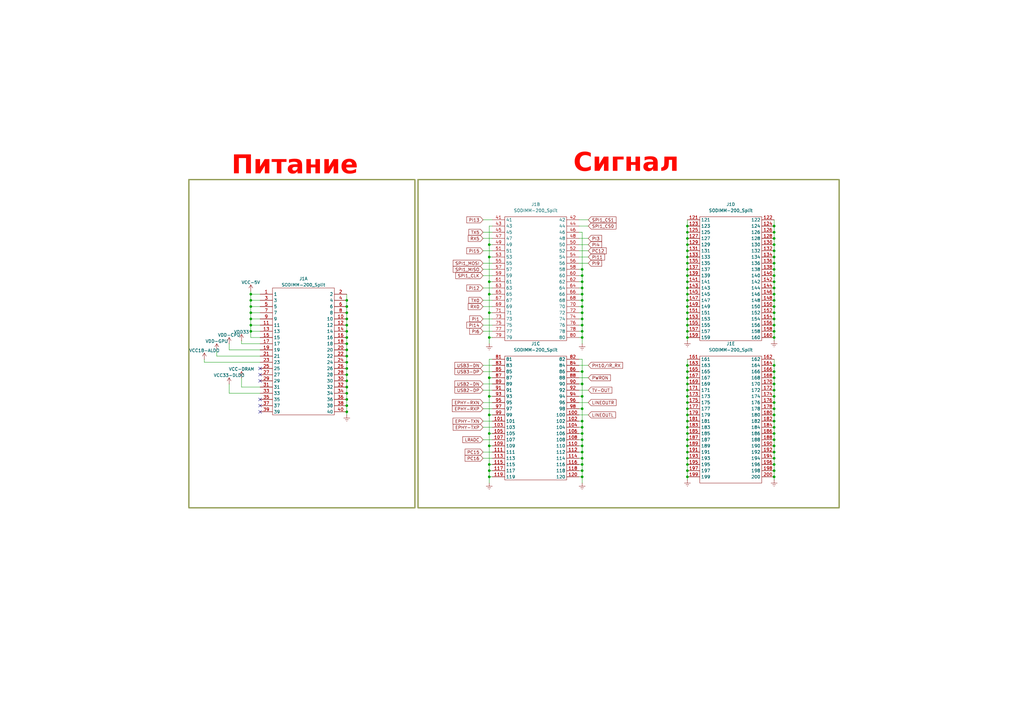
<source format=kicad_sch>
(kicad_sch (version 20250114) (generator "eeschema") (generator_version "9.0")
  (paper "A3")
  (title_block (title "Модуль вычислительный") (date "2025-02-09") (rev "1") (company "@madjogger") (comment 1 "ОРВК.467442.002.Э3") (comment 2 "Корнилов В.В."))
  (lib_symbols
    (symbol "Connector:SODIMM-200_Split"
      (property "Reference" "J1" (at 0 29.21 0))
      (property "Value" "SODIMM-200_Split" (at 0 26.67 0))
      (symbol "SODIMM-200_Split_1_1"
        (pin passive line (at -17.78 22.86 0) (length 5.08) (name "1") (number "1"))
        (pin passive line (at -17.78 20.32 0) (length 5.08) (name "3") (number "3"))
        (pin passive line (at -17.78 17.78 0) (length 5.08) (name "5") (number "5"))
        (pin passive line (at -17.78 15.24 0) (length 5.08) (name "7") (number "7"))
        (pin passive line (at -17.78 12.7 0) (length 5.08) (name "9") (number "9"))
        (pin passive line (at -17.78 10.16 0) (length 5.08) (name "11") (number "11"))
        (pin passive line (at -17.78 7.62 0) (length 5.08) (name "13") (number "13"))
        (pin passive line (at -17.78 5.08 0) (length 5.08) (name "15") (number "15"))
        (pin passive line (at -17.78 2.54 0) (length 5.08) (name "17") (number "17"))
        (pin passive line (at -17.78 0 0) (length 5.08) (name "19") (number "19"))
        (pin passive line (at -17.78 -2.54 0) (length 5.08) (name "21") (number "21"))
        (pin passive line (at -17.78 -5.08 0) (length 5.08) (name "23") (number "23"))
        (pin passive line (at -17.78 -7.62 0) (length 5.08) (name "25") (number "25"))
        (pin passive line (at -17.78 -10.16 0) (length 5.08) (name "27") (number "27"))
        (pin passive line (at -17.78 -12.7 0) (length 5.08) (name "29") (number "29"))
        (pin passive line (at -17.78 -15.24 0) (length 5.08) (name "31") (number "31"))
        (pin passive line (at -17.78 -17.78 0) (length 5.08) (name "33") (number "33"))
        (pin passive line (at -17.78 -20.32 0) (length 5.08) (name "35") (number "35"))
        (pin passive line (at -17.78 -22.86 0) (length 5.08) (name "37") (number "37"))
        (pin passive line (at -17.78 -25.4 0) (length 5.08) (name "39") (number "39"))
        (pin passive line (at 17.78 22.86 180) (length 5.08) (name "2") (number "2"))
        (pin passive line (at 17.78 20.32 180) (length 5.08) (name "4") (number "4"))
        (pin passive line (at 17.78 17.78 180) (length 5.08) (name "6") (number "6"))
        (pin passive line (at 17.78 15.24 180) (length 5.08) (name "8") (number "8"))
        (pin passive line (at 17.78 12.7 180) (length 5.08) (name "10") (number "10"))
        (pin passive line (at 17.78 10.16 180) (length 5.08) (name "12") (number "12"))
        (pin passive line (at 17.78 7.62 180) (length 5.08) (name "14") (number "14"))
        (pin passive line (at 17.78 5.08 180) (length 5.08) (name "16") (number "16"))
        (pin passive line (at 17.78 2.54 180) (length 5.08) (name "18") (number "18"))
        (pin passive line (at 17.78 0 180) (length 5.08) (name "20") (number "20"))
        (pin passive line (at 17.78 -2.54 180) (length 5.08) (name "22") (number "22"))
        (pin passive line (at 17.78 -5.08 180) (length 5.08) (name "24") (number "24"))
        (pin passive line (at 17.78 -7.62 180) (length 5.08) (name "26") (number "26"))
        (pin passive line (at 17.78 -10.16 180) (length 5.08) (name "28") (number "28"))
        (pin passive line (at 17.78 -12.7 180) (length 5.08) (name "30") (number "30"))
        (pin passive line (at 17.78 -15.24 180) (length 5.08) (name "32") (number "32"))
        (pin passive line (at 17.78 -17.78 180) (length 5.08) (name "34") (number "34"))
        (pin passive line (at 17.78 -20.32 180) (length 5.08) (name "36") (number "36"))
        (pin passive line (at 17.78 -22.86 180) (length 5.08) (name "38") (number "38"))
        (pin passive line (at 17.78 -25.4 180) (length 5.08) (name "40") (number "40"))
      )
      (symbol "SODIMM-200_Split_2_1"
        (pin passive line (at -17.78 22.86 0) (length 5.08) (name "41") (number "41"))
        (pin passive line (at -17.78 20.32 0) (length 5.08) (name "43") (number "43"))
        (pin passive line (at -17.78 17.78 0) (length 5.08) (name "45") (number "45"))
        (pin passive line (at -17.78 15.24 0) (length 5.08) (name "47") (number "47"))
        (pin passive line (at -17.78 12.7 0) (length 5.08) (name "49") (number "49"))
        (pin passive line (at -17.78 10.16 0) (length 5.08) (name "51") (number "51"))
        (pin passive line (at -17.78 7.62 0) (length 5.08) (name "53") (number "53"))
        (pin passive line (at -17.78 5.08 0) (length 5.08) (name "55") (number "55"))
        (pin passive line (at -17.78 2.54 0) (length 5.08) (name "57") (number "57"))
        (pin passive line (at -17.78 0 0) (length 5.08) (name "59") (number "59"))
        (pin passive line (at -17.78 -2.54 0) (length 5.08) (name "61") (number "61"))
        (pin passive line (at -17.78 -5.08 0) (length 5.08) (name "63") (number "63"))
        (pin passive line (at -17.78 -7.62 0) (length 5.08) (name "65") (number "65"))
        (pin passive line (at -17.78 -10.16 0) (length 5.08) (name "67") (number "67"))
        (pin passive line (at -17.78 -12.7 0) (length 5.08) (name "69") (number "69"))
        (pin passive line (at -17.78 -15.24 0) (length 5.08) (name "71") (number "71"))
        (pin passive line (at -17.78 -17.78 0) (length 5.08) (name "73") (number "73"))
        (pin passive line (at -17.78 -20.32 0) (length 5.08) (name "75") (number "75"))
        (pin passive line (at -17.78 -22.86 0) (length 5.08) (name "77") (number "77"))
        (pin passive line (at -17.78 -25.4 0) (length 5.08) (name "79") (number "79"))
        (pin passive line (at 17.78 22.86 180) (length 5.08) (name "42") (number "42"))
        (pin passive line (at 17.78 20.32 180) (length 5.08) (name "44") (number "44"))
        (pin passive line (at 17.78 17.78 180) (length 5.08) (name "46") (number "46"))
        (pin passive line (at 17.78 15.24 180) (length 5.08) (name "48") (number "48"))
        (pin passive line (at 17.78 12.7 180) (length 5.08) (name "50") (number "50"))
        (pin passive line (at 17.78 10.16 180) (length 5.08) (name "52") (number "52"))
        (pin passive line (at 17.78 7.62 180) (length 5.08) (name "54") (number "54"))
        (pin passive line (at 17.78 5.08 180) (length 5.08) (name "56") (number "56"))
        (pin passive line (at 17.78 2.54 180) (length 5.08) (name "58") (number "58"))
        (pin passive line (at 17.78 0 180) (length 5.08) (name "60") (number "60"))
        (pin passive line (at 17.78 -2.54 180) (length 5.08) (name "62") (number "62"))
        (pin passive line (at 17.78 -5.08 180) (length 5.08) (name "64") (number "64"))
        (pin passive line (at 17.78 -7.62 180) (length 5.08) (name "66") (number "66"))
        (pin passive line (at 17.78 -10.16 180) (length 5.08) (name "68") (number "68"))
        (pin passive line (at 17.78 -12.7 180) (length 5.08) (name "70") (number "70"))
        (pin passive line (at 17.78 -15.24 180) (length 5.08) (name "72") (number "72"))
        (pin passive line (at 17.78 -17.78 180) (length 5.08) (name "74") (number "74"))
        (pin passive line (at 17.78 -20.32 180) (length 5.08) (name "76") (number "76"))
        (pin passive line (at 17.78 -22.86 180) (length 5.08) (name "78") (number "78"))
        (pin passive line (at 17.78 -25.4 180) (length 5.08) (name "80") (number "80"))
      )
      (symbol "SODIMM-200_Split_3_1"
        (pin passive line (at -17.78 22.86 0) (length 5.08) (name "81") (number "81"))
        (pin passive line (at -17.78 20.32 0) (length 5.08) (name "83") (number "83"))
        (pin passive line (at -17.78 17.78 0) (length 5.08) (name "85") (number "85"))
        (pin passive line (at -17.78 15.24 0) (length 5.08) (name "87") (number "87"))
        (pin passive line (at -17.78 12.7 0) (length 5.08) (name "89") (number "89"))
        (pin passive line (at -17.78 10.16 0) (length 5.08) (name "91") (number "91"))
        (pin passive line (at -17.78 7.62 0) (length 5.08) (name "93") (number "93"))
        (pin passive line (at -17.78 5.08 0) (length 5.08) (name "95") (number "95"))
        (pin passive line (at -17.78 2.54 0) (length 5.08) (name "97") (number "97"))
        (pin passive line (at -17.78 0 0) (length 5.08) (name "99") (number "99"))
        (pin passive line (at -17.78 -2.54 0) (length 5.08) (name "101") (number "101"))
        (pin passive line (at -17.78 -5.08 0) (length 5.08) (name "103") (number "103"))
        (pin passive line (at -17.78 -7.62 0) (length 5.08) (name "105") (number "105"))
        (pin passive line (at -17.78 -10.16 0) (length 5.08) (name "107") (number "107"))
        (pin passive line (at -17.78 -12.7 0) (length 5.08) (name "109") (number "109"))
        (pin passive line (at -17.78 -15.24 0) (length 5.08) (name "111") (number "111"))
        (pin passive line (at -17.78 -17.78 0) (length 5.08) (name "113") (number "113"))
        (pin passive line (at -17.78 -20.32 0) (length 5.08) (name "115") (number "115"))
        (pin passive line (at -17.78 -22.86 0) (length 5.08) (name "117") (number "117"))
        (pin passive line (at -17.78 -25.4 0) (length 5.08) (name "119") (number "119"))
        (pin passive line (at 17.78 22.86 180) (length 5.08) (name "82") (number "82"))
        (pin passive line (at 17.78 20.32 180) (length 5.08) (name "84") (number "84"))
        (pin passive line (at 17.78 17.78 180) (length 5.08) (name "86") (number "86"))
        (pin passive line (at 17.78 15.24 180) (length 5.08) (name "88") (number "88"))
        (pin passive line (at 17.78 12.7 180) (length 5.08) (name "90") (number "90"))
        (pin passive line (at 17.78 10.16 180) (length 5.08) (name "92") (number "92"))
        (pin passive line (at 17.78 7.62 180) (length 5.08) (name "94") (number "94"))
        (pin passive line (at 17.78 5.08 180) (length 5.08) (name "96") (number "96"))
        (pin passive line (at 17.78 2.54 180) (length 5.08) (name "98") (number "98"))
        (pin passive line (at 17.78 0 180) (length 5.08) (name "100") (number "100"))
        (pin passive line (at 17.78 -2.54 180) (length 5.08) (name "102") (number "102"))
        (pin passive line (at 17.78 -5.08 180) (length 5.08) (name "104") (number "104"))
        (pin passive line (at 17.78 -7.62 180) (length 5.08) (name "106") (number "106"))
        (pin passive line (at 17.78 -10.16 180) (length 5.08) (name "108") (number "108"))
        (pin passive line (at 17.78 -12.7 180) (length 5.08) (name "110") (number "110"))
        (pin passive line (at 17.78 -15.24 180) (length 5.08) (name "112") (number "112"))
        (pin passive line (at 17.78 -17.78 180) (length 5.08) (name "114") (number "114"))
        (pin passive line (at 17.78 -20.32 180) (length 5.08) (name "116") (number "116"))
        (pin passive line (at 17.78 -22.86 180) (length 5.08) (name "118") (number "118"))
        (pin passive line (at 17.78 -25.4 180) (length 5.08) (name "120") (number "120"))
      )
      (symbol "SODIMM-200_Split_4_1"
        (pin passive line (at -17.78 22.86 0) (length 5.08) (name "121") (number "121"))
        (pin passive line (at -17.78 20.32 0) (length 5.08) (name "123") (number "123"))
        (pin passive line (at -17.78 17.78 0) (length 5.08) (name "125") (number "125"))
        (pin passive line (at -17.78 15.24 0) (length 5.08) (name "127") (number "127"))
        (pin passive line (at -17.78 12.7 0) (length 5.08) (name "129") (number "129"))
        (pin passive line (at -17.78 10.16 0) (length 5.08) (name "131") (number "131"))
        (pin passive line (at -17.78 7.62 0) (length 5.08) (name "133") (number "133"))
        (pin passive line (at -17.78 5.08 0) (length 5.08) (name "135") (number "135"))
        (pin passive line (at -17.78 2.54 0) (length 5.08) (name "137") (number "137"))
        (pin passive line (at -17.78 0 0) (length 5.08) (name "139") (number "139"))
        (pin passive line (at -17.78 -2.54 0) (length 5.08) (name "141") (number "141"))
        (pin passive line (at -17.78 -5.08 0) (length 5.08) (name "143") (number "143"))
        (pin passive line (at -17.78 -7.62 0) (length 5.08) (name "145") (number "145"))
        (pin passive line (at -17.78 -10.16 0) (length 5.08) (name "147") (number "147"))
        (pin passive line (at -17.78 -12.7 0) (length 5.08) (name "149") (number "149"))
        (pin passive line (at -17.78 -15.24 0) (length 5.08) (name "151") (number "151"))
        (pin passive line (at -17.78 -17.78 0) (length 5.08) (name "153") (number "153"))
        (pin passive line (at -17.78 -20.32 0) (length 5.08) (name "155") (number "155"))
        (pin passive line (at -17.78 -22.86 0) (length 5.08) (name "157") (number "157"))
        (pin passive line (at -17.78 -25.4 0) (length 5.08) (name "159") (number "159"))
        (pin passive line (at 17.78 22.86 180) (length 5.08) (name "122") (number "122"))
        (pin passive line (at 17.78 20.32 180) (length 5.08) (name "124") (number "124"))
        (pin passive line (at 17.78 17.78 180) (length 5.08) (name "126") (number "126"))
        (pin passive line (at 17.78 15.24 180) (length 5.08) (name "128") (number "128"))
        (pin passive line (at 17.78 12.7 180) (length 5.08) (name "130") (number "130"))
        (pin passive line (at 17.78 10.16 180) (length 5.08) (name "132") (number "132"))
        (pin passive line (at 17.78 7.62 180) (length 5.08) (name "134") (number "134"))
        (pin passive line (at 17.78 5.08 180) (length 5.08) (name "136") (number "136"))
        (pin passive line (at 17.78 2.54 180) (length 5.08) (name "138") (number "138"))
        (pin passive line (at 17.78 0 180) (length 5.08) (name "140") (number "140"))
        (pin passive line (at 17.78 -2.54 180) (length 5.08) (name "142") (number "142"))
        (pin passive line (at 17.78 -5.08 180) (length 5.08) (name "144") (number "144"))
        (pin passive line (at 17.78 -7.62 180) (length 5.08) (name "146") (number "146"))
        (pin passive line (at 17.78 -10.16 180) (length 5.08) (name "148") (number "148"))
        (pin passive line (at 17.78 -12.7 180) (length 5.08) (name "150") (number "150"))
        (pin passive line (at 17.78 -15.24 180) (length 5.08) (name "152") (number "152"))
        (pin passive line (at 17.78 -17.78 180) (length 5.08) (name "154") (number "154"))
        (pin passive line (at 17.78 -20.32 180) (length 5.08) (name "156") (number "156"))
        (pin passive line (at 17.78 -22.86 180) (length 5.08) (name "158") (number "158"))
        (pin passive line (at 17.78 -25.4 180) (length 5.08) (name "160") (number "160"))
      )
      (symbol "SODIMM-200_Split_5_1"
        (pin passive line (at -17.78 22.86 0) (length 5.08) (name "161") (number "161"))
        (pin passive line (at -17.78 20.32 0) (length 5.08) (name "163") (number "163"))
        (pin passive line (at -17.78 17.78 0) (length 5.08) (name "165") (number "165"))
        (pin passive line (at -17.78 15.24 0) (length 5.08) (name "167") (number "167"))
        (pin passive line (at -17.78 12.7 0) (length 5.08) (name "169") (number "169"))
        (pin passive line (at -17.78 10.16 0) (length 5.08) (name "171") (number "171"))
        (pin passive line (at -17.78 7.62 0) (length 5.08) (name "173") (number "173"))
        (pin passive line (at -17.78 5.08 0) (length 5.08) (name "175") (number "175"))
        (pin passive line (at -17.78 2.54 0) (length 5.08) (name "177") (number "177"))
        (pin passive line (at -17.78 0 0) (length 5.08) (name "179") (number "179"))
        (pin passive line (at -17.78 -2.54 0) (length 5.08) (name "181") (number "181"))
        (pin passive line (at -17.78 -5.08 0) (length 5.08) (name "183") (number "183"))
        (pin passive line (at -17.78 -7.62 0) (length 5.08) (name "185") (number "185"))
        (pin passive line (at -17.78 -10.16 0) (length 5.08) (name "187") (number "187"))
        (pin passive line (at -17.78 -12.7 0) (length 5.08) (name "189") (number "189"))
        (pin passive line (at -17.78 -15.24 0) (length 5.08) (name "191") (number "191"))
        (pin passive line (at -17.78 -17.78 0) (length 5.08) (name "193") (number "193"))
        (pin passive line (at -17.78 -20.32 0) (length 5.08) (name "195") (number "195"))
        (pin passive line (at -17.78 -22.86 0) (length 5.08) (name "197") (number "197"))
        (pin passive line (at -17.78 -25.4 0) (length 5.08) (name "199") (number "199"))
        (pin passive line (at 17.78 22.86 180) (length 5.08) (name "162") (number "162"))
        (pin passive line (at 17.78 20.32 180) (length 5.08) (name "164") (number "164"))
        (pin passive line (at 17.78 17.78 180) (length 5.08) (name "166") (number "166"))
        (pin passive line (at 17.78 15.24 180) (length 5.08) (name "168") (number "168"))
        (pin passive line (at 17.78 12.7 180) (length 5.08) (name "170") (number "170"))
        (pin passive line (at 17.78 10.16 180) (length 5.08) (name "172") (number "172"))
        (pin passive line (at 17.78 7.62 180) (length 5.08) (name "174") (number "174"))
        (pin passive line (at 17.78 5.08 180) (length 5.08) (name "176") (number "176"))
        (pin passive line (at 17.78 2.54 180) (length 5.08) (name "178") (number "178"))
        (pin passive line (at 17.78 0 180) (length 5.08) (name "180") (number "180"))
        (pin passive line (at 17.78 -2.54 180) (length 5.08) (name "182") (number "182"))
        (pin passive line (at 17.78 -5.08 180) (length 5.08) (name "184") (number "184"))
        (pin passive line (at 17.78 -7.62 180) (length 5.08) (name "186") (number "186"))
        (pin passive line (at 17.78 -10.16 180) (length 5.08) (name "188") (number "188"))
        (pin passive line (at 17.78 -12.7 180) (length 5.08) (name "190") (number "190"))
        (pin passive line (at 17.78 -15.24 180) (length 5.08) (name "192") (number "192"))
        (pin passive line (at 17.78 -17.78 180) (length 5.08) (name "194") (number "194"))
        (pin passive line (at 17.78 -20.32 180) (length 5.08) (name "196") (number "196"))
        (pin passive line (at 17.78 -22.86 180) (length 5.08) (name "198") (number "198"))
        (pin passive line (at 17.78 -25.4 180) (length 5.08) (name "200") (number "200"))
      )
    )
    (symbol "SODIMM-200_Split_1"
      (property "Reference" "J1" (at 0 29.21 0))
      (property "Value" "SODIMM-200_Split" (at 0 26.67 0))
      (symbol "SODIMM-200_Split_1_1_1"
        (pin passive line (at -17.78 22.86 0) (length 5.08) (name "1") (number "1"))
        (pin passive line (at -17.78 20.32 0) (length 5.08) (name "3") (number "3"))
        (pin passive line (at -17.78 17.78 0) (length 5.08) (name "5") (number "5"))
        (pin passive line (at -17.78 15.24 0) (length 5.08) (name "7") (number "7"))
        (pin passive line (at -17.78 12.7 0) (length 5.08) (name "9") (number "9"))
        (pin passive line (at -17.78 10.16 0) (length 5.08) (name "11") (number "11"))
        (pin passive line (at -17.78 7.62 0) (length 5.08) (name "13") (number "13"))
        (pin passive line (at -17.78 5.08 0) (length 5.08) (name "15") (number "15"))
        (pin passive line (at -17.78 2.54 0) (length 5.08) (name "17") (number "17"))
        (pin passive line (at -17.78 0 0) (length 5.08) (name "19") (number "19"))
        (pin passive line (at -17.78 -2.54 0) (length 5.08) (name "21") (number "21"))
        (pin passive line (at -17.78 -5.08 0) (length 5.08) (name "23") (number "23"))
        (pin passive line (at -17.78 -7.62 0) (length 5.08) (name "25") (number "25"))
        (pin passive line (at -17.78 -10.16 0) (length 5.08) (name "27") (number "27"))
        (pin passive line (at -17.78 -12.7 0) (length 5.08) (name "29") (number "29"))
        (pin passive line (at -17.78 -15.24 0) (length 5.08) (name "31") (number "31"))
        (pin passive line (at -17.78 -17.78 0) (length 5.08) (name "33") (number "33"))
        (pin passive line (at -17.78 -20.32 0) (length 5.08) (name "35") (number "35"))
        (pin passive line (at -17.78 -22.86 0) (length 5.08) (name "37") (number "37"))
        (pin passive line (at -17.78 -25.4 0) (length 5.08) (name "39") (number "39"))
        (pin passive line (at 17.78 22.86 180) (length 5.08) (name "2") (number "2"))
        (pin passive line (at 17.78 20.32 180) (length 5.08) (name "4") (number "4"))
        (pin passive line (at 17.78 17.78 180) (length 5.08) (name "6") (number "6"))
        (pin passive line (at 17.78 15.24 180) (length 5.08) (name "8") (number "8"))
        (pin passive line (at 17.78 12.7 180) (length 5.08) (name "10") (number "10"))
        (pin passive line (at 17.78 10.16 180) (length 5.08) (name "12") (number "12"))
        (pin passive line (at 17.78 7.62 180) (length 5.08) (name "14") (number "14"))
        (pin passive line (at 17.78 5.08 180) (length 5.08) (name "16") (number "16"))
        (pin passive line (at 17.78 2.54 180) (length 5.08) (name "18") (number "18"))
        (pin passive line (at 17.78 0 180) (length 5.08) (name "20") (number "20"))
        (pin passive line (at 17.78 -2.54 180) (length 5.08) (name "22") (number "22"))
        (pin passive line (at 17.78 -5.08 180) (length 5.08) (name "24") (number "24"))
        (pin passive line (at 17.78 -7.62 180) (length 5.08) (name "26") (number "26"))
        (pin passive line (at 17.78 -10.16 180) (length 5.08) (name "28") (number "28"))
        (pin passive line (at 17.78 -12.7 180) (length 5.08) (name "30") (number "30"))
        (pin passive line (at 17.78 -15.24 180) (length 5.08) (name "32") (number "32"))
        (pin passive line (at 17.78 -17.78 180) (length 5.08) (name "34") (number "34"))
        (pin passive line (at 17.78 -20.32 180) (length 5.08) (name "36") (number "36"))
        (pin passive line (at 17.78 -22.86 180) (length 5.08) (name "38") (number "38"))
        (pin passive line (at 17.78 -25.4 180) (length 5.08) (name "40") (number "40"))
      )
      (symbol "SODIMM-200_Split_1_2_1"
        (pin passive line (at -17.78 22.86 0) (length 5.08) (name "41") (number "41"))
        (pin passive line (at -17.78 20.32 0) (length 5.08) (name "43") (number "43"))
        (pin passive line (at -17.78 17.78 0) (length 5.08) (name "45") (number "45"))
        (pin passive line (at -17.78 15.24 0) (length 5.08) (name "47") (number "47"))
        (pin passive line (at -17.78 12.7 0) (length 5.08) (name "49") (number "49"))
        (pin passive line (at -17.78 10.16 0) (length 5.08) (name "51") (number "51"))
        (pin passive line (at -17.78 7.62 0) (length 5.08) (name "53") (number "53"))
        (pin passive line (at -17.78 5.08 0) (length 5.08) (name "55") (number "55"))
        (pin passive line (at -17.78 2.54 0) (length 5.08) (name "57") (number "57"))
        (pin passive line (at -17.78 0 0) (length 5.08) (name "59") (number "59"))
        (pin passive line (at -17.78 -2.54 0) (length 5.08) (name "61") (number "61"))
        (pin passive line (at -17.78 -5.08 0) (length 5.08) (name "63") (number "63"))
        (pin passive line (at -17.78 -7.62 0) (length 5.08) (name "65") (number "65"))
        (pin passive line (at -17.78 -10.16 0) (length 5.08) (name "67") (number "67"))
        (pin passive line (at -17.78 -12.7 0) (length 5.08) (name "69") (number "69"))
        (pin passive line (at -17.78 -15.24 0) (length 5.08) (name "71") (number "71"))
        (pin passive line (at -17.78 -17.78 0) (length 5.08) (name "73") (number "73"))
        (pin passive line (at -17.78 -20.32 0) (length 5.08) (name "75") (number "75"))
        (pin passive line (at -17.78 -22.86 0) (length 5.08) (name "77") (number "77"))
        (pin passive line (at -17.78 -25.4 0) (length 5.08) (name "79") (number "79"))
        (pin passive line (at 17.78 22.86 180) (length 5.08) (name "42") (number "42"))
        (pin passive line (at 17.78 20.32 180) (length 5.08) (name "44") (number "44"))
        (pin passive line (at 17.78 17.78 180) (length 5.08) (name "46") (number "46"))
        (pin passive line (at 17.78 15.24 180) (length 5.08) (name "48") (number "48"))
        (pin passive line (at 17.78 12.7 180) (length 5.08) (name "50") (number "50"))
        (pin passive line (at 17.78 10.16 180) (length 5.08) (name "52") (number "52"))
        (pin passive line (at 17.78 7.62 180) (length 5.08) (name "54") (number "54"))
        (pin passive line (at 17.78 5.08 180) (length 5.08) (name "56") (number "56"))
        (pin passive line (at 17.78 2.54 180) (length 5.08) (name "58") (number "58"))
        (pin passive line (at 17.78 0 180) (length 5.08) (name "60") (number "60"))
        (pin passive line (at 17.78 -2.54 180) (length 5.08) (name "62") (number "62"))
        (pin passive line (at 17.78 -5.08 180) (length 5.08) (name "64") (number "64"))
        (pin passive line (at 17.78 -7.62 180) (length 5.08) (name "66") (number "66"))
        (pin passive line (at 17.78 -10.16 180) (length 5.08) (name "68") (number "68"))
        (pin passive line (at 17.78 -12.7 180) (length 5.08) (name "70") (number "70"))
        (pin passive line (at 17.78 -15.24 180) (length 5.08) (name "72") (number "72"))
        (pin passive line (at 17.78 -17.78 180) (length 5.08) (name "74") (number "74"))
        (pin passive line (at 17.78 -20.32 180) (length 5.08) (name "76") (number "76"))
        (pin passive line (at 17.78 -22.86 180) (length 5.08) (name "78") (number "78"))
        (pin passive line (at 17.78 -25.4 180) (length 5.08) (name "80") (number "80"))
      )
      (symbol "SODIMM-200_Split_1_3_1"
        (pin passive line (at -17.78 22.86 0) (length 5.08) (name "81") (number "81"))
        (pin passive line (at -17.78 20.32 0) (length 5.08) (name "83") (number "83"))
        (pin passive line (at -17.78 17.78 0) (length 5.08) (name "85") (number "85"))
        (pin passive line (at -17.78 15.24 0) (length 5.08) (name "87") (number "87"))
        (pin passive line (at -17.78 12.7 0) (length 5.08) (name "89") (number "89"))
        (pin passive line (at -17.78 10.16 0) (length 5.08) (name "91") (number "91"))
        (pin passive line (at -17.78 7.62 0) (length 5.08) (name "93") (number "93"))
        (pin passive line (at -17.78 5.08 0) (length 5.08) (name "95") (number "95"))
        (pin passive line (at -17.78 2.54 0) (length 5.08) (name "97") (number "97"))
        (pin passive line (at -17.78 0 0) (length 5.08) (name "99") (number "99"))
        (pin passive line (at -17.78 -2.54 0) (length 5.08) (name "101") (number "101"))
        (pin passive line (at -17.78 -5.08 0) (length 5.08) (name "103") (number "103"))
        (pin passive line (at -17.78 -7.62 0) (length 5.08) (name "105") (number "105"))
        (pin passive line (at -17.78 -10.16 0) (length 5.08) (name "107") (number "107"))
        (pin passive line (at -17.78 -12.7 0) (length 5.08) (name "109") (number "109"))
        (pin passive line (at -17.78 -15.24 0) (length 5.08) (name "111") (number "111"))
        (pin passive line (at -17.78 -17.78 0) (length 5.08) (name "113") (number "113"))
        (pin passive line (at -17.78 -20.32 0) (length 5.08) (name "115") (number "115"))
        (pin passive line (at -17.78 -22.86 0) (length 5.08) (name "117") (number "117"))
        (pin passive line (at -17.78 -25.4 0) (length 5.08) (name "119") (number "119"))
        (pin passive line (at 17.78 22.86 180) (length 5.08) (name "82") (number "82"))
        (pin passive line (at 17.78 20.32 180) (length 5.08) (name "84") (number "84"))
        (pin passive line (at 17.78 17.78 180) (length 5.08) (name "86") (number "86"))
        (pin passive line (at 17.78 15.24 180) (length 5.08) (name "88") (number "88"))
        (pin passive line (at 17.78 12.7 180) (length 5.08) (name "90") (number "90"))
        (pin passive line (at 17.78 10.16 180) (length 5.08) (name "92") (number "92"))
        (pin passive line (at 17.78 7.62 180) (length 5.08) (name "94") (number "94"))
        (pin passive line (at 17.78 5.08 180) (length 5.08) (name "96") (number "96"))
        (pin passive line (at 17.78 2.54 180) (length 5.08) (name "98") (number "98"))
        (pin passive line (at 17.78 0 180) (length 5.08) (name "100") (number "100"))
        (pin passive line (at 17.78 -2.54 180) (length 5.08) (name "102") (number "102"))
        (pin passive line (at 17.78 -5.08 180) (length 5.08) (name "104") (number "104"))
        (pin passive line (at 17.78 -7.62 180) (length 5.08) (name "106") (number "106"))
        (pin passive line (at 17.78 -10.16 180) (length 5.08) (name "108") (number "108"))
        (pin passive line (at 17.78 -12.7 180) (length 5.08) (name "110") (number "110"))
        (pin passive line (at 17.78 -15.24 180) (length 5.08) (name "112") (number "112"))
        (pin passive line (at 17.78 -17.78 180) (length 5.08) (name "114") (number "114"))
        (pin passive line (at 17.78 -20.32 180) (length 5.08) (name "116") (number "116"))
        (pin passive line (at 17.78 -22.86 180) (length 5.08) (name "118") (number "118"))
        (pin passive line (at 17.78 -25.4 180) (length 5.08) (name "120") (number "120"))
      )
      (symbol "SODIMM-200_Split_1_4_1"
        (pin passive line (at -17.78 22.86 0) (length 5.08) (name "121") (number "121"))
        (pin passive line (at -17.78 20.32 0) (length 5.08) (name "123") (number "123"))
        (pin passive line (at -17.78 17.78 0) (length 5.08) (name "125") (number "125"))
        (pin passive line (at -17.78 15.24 0) (length 5.08) (name "127") (number "127"))
        (pin passive line (at -17.78 12.7 0) (length 5.08) (name "129") (number "129"))
        (pin passive line (at -17.78 10.16 0) (length 5.08) (name "131") (number "131"))
        (pin passive line (at -17.78 7.62 0) (length 5.08) (name "133") (number "133"))
        (pin passive line (at -17.78 5.08 0) (length 5.08) (name "135") (number "135"))
        (pin passive line (at -17.78 2.54 0) (length 5.08) (name "137") (number "137"))
        (pin passive line (at -17.78 0 0) (length 5.08) (name "139") (number "139"))
        (pin passive line (at -17.78 -2.54 0) (length 5.08) (name "141") (number "141"))
        (pin passive line (at -17.78 -5.08 0) (length 5.08) (name "143") (number "143"))
        (pin passive line (at -17.78 -7.62 0) (length 5.08) (name "145") (number "145"))
        (pin passive line (at -17.78 -10.16 0) (length 5.08) (name "147") (number "147"))
        (pin passive line (at -17.78 -12.7 0) (length 5.08) (name "149") (number "149"))
        (pin passive line (at -17.78 -15.24 0) (length 5.08) (name "151") (number "151"))
        (pin passive line (at -17.78 -17.78 0) (length 5.08) (name "153") (number "153"))
        (pin passive line (at -17.78 -20.32 0) (length 5.08) (name "155") (number "155"))
        (pin passive line (at -17.78 -22.86 0) (length 5.08) (name "157") (number "157"))
        (pin passive line (at -17.78 -25.4 0) (length 5.08) (name "159") (number "159"))
        (pin passive line (at 17.78 22.86 180) (length 5.08) (name "122") (number "122"))
        (pin passive line (at 17.78 20.32 180) (length 5.08) (name "124") (number "124"))
        (pin passive line (at 17.78 17.78 180) (length 5.08) (name "126") (number "126"))
        (pin passive line (at 17.78 15.24 180) (length 5.08) (name "128") (number "128"))
        (pin passive line (at 17.78 12.7 180) (length 5.08) (name "130") (number "130"))
        (pin passive line (at 17.78 10.16 180) (length 5.08) (name "132") (number "132"))
        (pin passive line (at 17.78 7.62 180) (length 5.08) (name "134") (number "134"))
        (pin passive line (at 17.78 5.08 180) (length 5.08) (name "136") (number "136"))
        (pin passive line (at 17.78 2.54 180) (length 5.08) (name "138") (number "138"))
        (pin passive line (at 17.78 0 180) (length 5.08) (name "140") (number "140"))
        (pin passive line (at 17.78 -2.54 180) (length 5.08) (name "142") (number "142"))
        (pin passive line (at 17.78 -5.08 180) (length 5.08) (name "144") (number "144"))
        (pin passive line (at 17.78 -7.62 180) (length 5.08) (name "146") (number "146"))
        (pin passive line (at 17.78 -10.16 180) (length 5.08) (name "148") (number "148"))
        (pin passive line (at 17.78 -12.7 180) (length 5.08) (name "150") (number "150"))
        (pin passive line (at 17.78 -15.24 180) (length 5.08) (name "152") (number "152"))
        (pin passive line (at 17.78 -17.78 180) (length 5.08) (name "154") (number "154"))
        (pin passive line (at 17.78 -20.32 180) (length 5.08) (name "156") (number "156"))
        (pin passive line (at 17.78 -22.86 180) (length 5.08) (name "158") (number "158"))
        (pin passive line (at 17.78 -25.4 180) (length 5.08) (name "160") (number "160"))
      )
      (symbol "SODIMM-200_Split_1_5_1"
        (pin passive line (at -17.78 22.86 0) (length 5.08) (name "161") (number "161"))
        (pin passive line (at -17.78 20.32 0) (length 5.08) (name "163") (number "163"))
        (pin passive line (at -17.78 17.78 0) (length 5.08) (name "165") (number "165"))
        (pin passive line (at -17.78 15.24 0) (length 5.08) (name "167") (number "167"))
        (pin passive line (at -17.78 12.7 0) (length 5.08) (name "169") (number "169"))
        (pin passive line (at -17.78 10.16 0) (length 5.08) (name "171") (number "171"))
        (pin passive line (at -17.78 7.62 0) (length 5.08) (name "173") (number "173"))
        (pin passive line (at -17.78 5.08 0) (length 5.08) (name "175") (number "175"))
        (pin passive line (at -17.78 2.54 0) (length 5.08) (name "177") (number "177"))
        (pin passive line (at -17.78 0 0) (length 5.08) (name "179") (number "179"))
        (pin passive line (at -17.78 -2.54 0) (length 5.08) (name "181") (number "181"))
        (pin passive line (at -17.78 -5.08 0) (length 5.08) (name "183") (number "183"))
        (pin passive line (at -17.78 -7.62 0) (length 5.08) (name "185") (number "185"))
        (pin passive line (at -17.78 -10.16 0) (length 5.08) (name "187") (number "187"))
        (pin passive line (at -17.78 -12.7 0) (length 5.08) (name "189") (number "189"))
        (pin passive line (at -17.78 -15.24 0) (length 5.08) (name "191") (number "191"))
        (pin passive line (at -17.78 -17.78 0) (length 5.08) (name "193") (number "193"))
        (pin passive line (at -17.78 -20.32 0) (length 5.08) (name "195") (number "195"))
        (pin passive line (at -17.78 -22.86 0) (length 5.08) (name "197") (number "197"))
        (pin passive line (at -17.78 -25.4 0) (length 5.08) (name "199") (number "199"))
        (pin passive line (at 17.78 22.86 180) (length 5.08) (name "162") (number "162"))
        (pin passive line (at 17.78 20.32 180) (length 5.08) (name "164") (number "164"))
        (pin passive line (at 17.78 17.78 180) (length 5.08) (name "166") (number "166"))
        (pin passive line (at 17.78 15.24 180) (length 5.08) (name "168") (number "168"))
        (pin passive line (at 17.78 12.7 180) (length 5.08) (name "170") (number "170"))
        (pin passive line (at 17.78 10.16 180) (length 5.08) (name "172") (number "172"))
        (pin passive line (at 17.78 7.62 180) (length 5.08) (name "174") (number "174"))
        (pin passive line (at 17.78 5.08 180) (length 5.08) (name "176") (number "176"))
        (pin passive line (at 17.78 2.54 180) (length 5.08) (name "178") (number "178"))
        (pin passive line (at 17.78 0 180) (length 5.08) (name "180") (number "180"))
        (pin passive line (at 17.78 -2.54 180) (length 5.08) (name "182") (number "182"))
        (pin passive line (at 17.78 -5.08 180) (length 5.08) (name "184") (number "184"))
        (pin passive line (at 17.78 -7.62 180) (length 5.08) (name "186") (number "186"))
        (pin passive line (at 17.78 -10.16 180) (length 5.08) (name "188") (number "188"))
        (pin passive line (at 17.78 -12.7 180) (length 5.08) (name "190") (number "190"))
        (pin passive line (at 17.78 -15.24 180) (length 5.08) (name "192") (number "192"))
        (pin passive line (at 17.78 -17.78 180) (length 5.08) (name "194") (number "194"))
        (pin passive line (at 17.78 -20.32 180) (length 5.08) (name "196") (number "196"))
        (pin passive line (at 17.78 -22.86 180) (length 5.08) (name "198") (number "198"))
        (pin passive line (at 17.78 -25.4 180) (length 5.08) (name "200") (number "200"))
      )
    )
    (symbol "SODIMM-200_Split_2"
      (property "Reference" "J1" (at 0 29.21 0))
      (property "Value" "SODIMM-200_Split" (at 0 26.67 0))
      (symbol "SODIMM-200_Split_2_1_1"
        (pin passive line (at -17.78 22.86 0) (length 5.08) (name "1") (number "1"))
        (pin passive line (at -17.78 20.32 0) (length 5.08) (name "3") (number "3"))
        (pin passive line (at -17.78 17.78 0) (length 5.08) (name "5") (number "5"))
        (pin passive line (at -17.78 15.24 0) (length 5.08) (name "7") (number "7"))
        (pin passive line (at -17.78 12.7 0) (length 5.08) (name "9") (number "9"))
        (pin passive line (at -17.78 10.16 0) (length 5.08) (name "11") (number "11"))
        (pin passive line (at -17.78 7.62 0) (length 5.08) (name "13") (number "13"))
        (pin passive line (at -17.78 5.08 0) (length 5.08) (name "15") (number "15"))
        (pin passive line (at -17.78 2.54 0) (length 5.08) (name "17") (number "17"))
        (pin passive line (at -17.78 0 0) (length 5.08) (name "19") (number "19"))
        (pin passive line (at -17.78 -2.54 0) (length 5.08) (name "21") (number "21"))
        (pin passive line (at -17.78 -5.08 0) (length 5.08) (name "23") (number "23"))
        (pin passive line (at -17.78 -7.62 0) (length 5.08) (name "25") (number "25"))
        (pin passive line (at -17.78 -10.16 0) (length 5.08) (name "27") (number "27"))
        (pin passive line (at -17.78 -12.7 0) (length 5.08) (name "29") (number "29"))
        (pin passive line (at -17.78 -15.24 0) (length 5.08) (name "31") (number "31"))
        (pin passive line (at -17.78 -17.78 0) (length 5.08) (name "33") (number "33"))
        (pin passive line (at -17.78 -20.32 0) (length 5.08) (name "35") (number "35"))
        (pin passive line (at -17.78 -22.86 0) (length 5.08) (name "37") (number "37"))
        (pin passive line (at -17.78 -25.4 0) (length 5.08) (name "39") (number "39"))
        (pin passive line (at 17.78 22.86 180) (length 5.08) (name "2") (number "2"))
        (pin passive line (at 17.78 20.32 180) (length 5.08) (name "4") (number "4"))
        (pin passive line (at 17.78 17.78 180) (length 5.08) (name "6") (number "6"))
        (pin passive line (at 17.78 15.24 180) (length 5.08) (name "8") (number "8"))
        (pin passive line (at 17.78 12.7 180) (length 5.08) (name "10") (number "10"))
        (pin passive line (at 17.78 10.16 180) (length 5.08) (name "12") (number "12"))
        (pin passive line (at 17.78 7.62 180) (length 5.08) (name "14") (number "14"))
        (pin passive line (at 17.78 5.08 180) (length 5.08) (name "16") (number "16"))
        (pin passive line (at 17.78 2.54 180) (length 5.08) (name "18") (number "18"))
        (pin passive line (at 17.78 0 180) (length 5.08) (name "20") (number "20"))
        (pin passive line (at 17.78 -2.54 180) (length 5.08) (name "22") (number "22"))
        (pin passive line (at 17.78 -5.08 180) (length 5.08) (name "24") (number "24"))
        (pin passive line (at 17.78 -7.62 180) (length 5.08) (name "26") (number "26"))
        (pin passive line (at 17.78 -10.16 180) (length 5.08) (name "28") (number "28"))
        (pin passive line (at 17.78 -12.7 180) (length 5.08) (name "30") (number "30"))
        (pin passive line (at 17.78 -15.24 180) (length 5.08) (name "32") (number "32"))
        (pin passive line (at 17.78 -17.78 180) (length 5.08) (name "34") (number "34"))
        (pin passive line (at 17.78 -20.32 180) (length 5.08) (name "36") (number "36"))
        (pin passive line (at 17.78 -22.86 180) (length 5.08) (name "38") (number "38"))
        (pin passive line (at 17.78 -25.4 180) (length 5.08) (name "40") (number "40"))
      )
      (symbol "SODIMM-200_Split_2_2_1"
        (pin passive line (at -17.78 22.86 0) (length 5.08) (name "41") (number "41"))
        (pin passive line (at -17.78 20.32 0) (length 5.08) (name "43") (number "43"))
        (pin passive line (at -17.78 17.78 0) (length 5.08) (name "45") (number "45"))
        (pin passive line (at -17.78 15.24 0) (length 5.08) (name "47") (number "47"))
        (pin passive line (at -17.78 12.7 0) (length 5.08) (name "49") (number "49"))
        (pin passive line (at -17.78 10.16 0) (length 5.08) (name "51") (number "51"))
        (pin passive line (at -17.78 7.62 0) (length 5.08) (name "53") (number "53"))
        (pin passive line (at -17.78 5.08 0) (length 5.08) (name "55") (number "55"))
        (pin passive line (at -17.78 2.54 0) (length 5.08) (name "57") (number "57"))
        (pin passive line (at -17.78 0 0) (length 5.08) (name "59") (number "59"))
        (pin passive line (at -17.78 -2.54 0) (length 5.08) (name "61") (number "61"))
        (pin passive line (at -17.78 -5.08 0) (length 5.08) (name "63") (number "63"))
        (pin passive line (at -17.78 -7.62 0) (length 5.08) (name "65") (number "65"))
        (pin passive line (at -17.78 -10.16 0) (length 5.08) (name "67") (number "67"))
        (pin passive line (at -17.78 -12.7 0) (length 5.08) (name "69") (number "69"))
        (pin passive line (at -17.78 -15.24 0) (length 5.08) (name "71") (number "71"))
        (pin passive line (at -17.78 -17.78 0) (length 5.08) (name "73") (number "73"))
        (pin passive line (at -17.78 -20.32 0) (length 5.08) (name "75") (number "75"))
        (pin passive line (at -17.78 -22.86 0) (length 5.08) (name "77") (number "77"))
        (pin passive line (at -17.78 -25.4 0) (length 5.08) (name "79") (number "79"))
        (pin passive line (at 17.78 22.86 180) (length 5.08) (name "42") (number "42"))
        (pin passive line (at 17.78 20.32 180) (length 5.08) (name "44") (number "44"))
        (pin passive line (at 17.78 17.78 180) (length 5.08) (name "46") (number "46"))
        (pin passive line (at 17.78 15.24 180) (length 5.08) (name "48") (number "48"))
        (pin passive line (at 17.78 12.7 180) (length 5.08) (name "50") (number "50"))
        (pin passive line (at 17.78 10.16 180) (length 5.08) (name "52") (number "52"))
        (pin passive line (at 17.78 7.62 180) (length 5.08) (name "54") (number "54"))
        (pin passive line (at 17.78 5.08 180) (length 5.08) (name "56") (number "56"))
        (pin passive line (at 17.78 2.54 180) (length 5.08) (name "58") (number "58"))
        (pin passive line (at 17.78 0 180) (length 5.08) (name "60") (number "60"))
        (pin passive line (at 17.78 -2.54 180) (length 5.08) (name "62") (number "62"))
        (pin passive line (at 17.78 -5.08 180) (length 5.08) (name "64") (number "64"))
        (pin passive line (at 17.78 -7.62 180) (length 5.08) (name "66") (number "66"))
        (pin passive line (at 17.78 -10.16 180) (length 5.08) (name "68") (number "68"))
        (pin passive line (at 17.78 -12.7 180) (length 5.08) (name "70") (number "70"))
        (pin passive line (at 17.78 -15.24 180) (length 5.08) (name "72") (number "72"))
        (pin passive line (at 17.78 -17.78 180) (length 5.08) (name "74") (number "74"))
        (pin passive line (at 17.78 -20.32 180) (length 5.08) (name "76") (number "76"))
        (pin passive line (at 17.78 -22.86 180) (length 5.08) (name "78") (number "78"))
        (pin passive line (at 17.78 -25.4 180) (length 5.08) (name "80") (number "80"))
      )
      (symbol "SODIMM-200_Split_2_3_1"
        (pin passive line (at -17.78 22.86 0) (length 5.08) (name "81") (number "81"))
        (pin passive line (at -17.78 20.32 0) (length 5.08) (name "83") (number "83"))
        (pin passive line (at -17.78 17.78 0) (length 5.08) (name "85") (number "85"))
        (pin passive line (at -17.78 15.24 0) (length 5.08) (name "87") (number "87"))
        (pin passive line (at -17.78 12.7 0) (length 5.08) (name "89") (number "89"))
        (pin passive line (at -17.78 10.16 0) (length 5.08) (name "91") (number "91"))
        (pin passive line (at -17.78 7.62 0) (length 5.08) (name "93") (number "93"))
        (pin passive line (at -17.78 5.08 0) (length 5.08) (name "95") (number "95"))
        (pin passive line (at -17.78 2.54 0) (length 5.08) (name "97") (number "97"))
        (pin passive line (at -17.78 0 0) (length 5.08) (name "99") (number "99"))
        (pin passive line (at -17.78 -2.54 0) (length 5.08) (name "101") (number "101"))
        (pin passive line (at -17.78 -5.08 0) (length 5.08) (name "103") (number "103"))
        (pin passive line (at -17.78 -7.62 0) (length 5.08) (name "105") (number "105"))
        (pin passive line (at -17.78 -10.16 0) (length 5.08) (name "107") (number "107"))
        (pin passive line (at -17.78 -12.7 0) (length 5.08) (name "109") (number "109"))
        (pin passive line (at -17.78 -15.24 0) (length 5.08) (name "111") (number "111"))
        (pin passive line (at -17.78 -17.78 0) (length 5.08) (name "113") (number "113"))
        (pin passive line (at -17.78 -20.32 0) (length 5.08) (name "115") (number "115"))
        (pin passive line (at -17.78 -22.86 0) (length 5.08) (name "117") (number "117"))
        (pin passive line (at -17.78 -25.4 0) (length 5.08) (name "119") (number "119"))
        (pin passive line (at 17.78 22.86 180) (length 5.08) (name "82") (number "82"))
        (pin passive line (at 17.78 20.32 180) (length 5.08) (name "84") (number "84"))
        (pin passive line (at 17.78 17.78 180) (length 5.08) (name "86") (number "86"))
        (pin passive line (at 17.78 15.24 180) (length 5.08) (name "88") (number "88"))
        (pin passive line (at 17.78 12.7 180) (length 5.08) (name "90") (number "90"))
        (pin passive line (at 17.78 10.16 180) (length 5.08) (name "92") (number "92"))
        (pin passive line (at 17.78 7.62 180) (length 5.08) (name "94") (number "94"))
        (pin passive line (at 17.78 5.08 180) (length 5.08) (name "96") (number "96"))
        (pin passive line (at 17.78 2.54 180) (length 5.08) (name "98") (number "98"))
        (pin passive line (at 17.78 0 180) (length 5.08) (name "100") (number "100"))
        (pin passive line (at 17.78 -2.54 180) (length 5.08) (name "102") (number "102"))
        (pin passive line (at 17.78 -5.08 180) (length 5.08) (name "104") (number "104"))
        (pin passive line (at 17.78 -7.62 180) (length 5.08) (name "106") (number "106"))
        (pin passive line (at 17.78 -10.16 180) (length 5.08) (name "108") (number "108"))
        (pin passive line (at 17.78 -12.7 180) (length 5.08) (name "110") (number "110"))
        (pin passive line (at 17.78 -15.24 180) (length 5.08) (name "112") (number "112"))
        (pin passive line (at 17.78 -17.78 180) (length 5.08) (name "114") (number "114"))
        (pin passive line (at 17.78 -20.32 180) (length 5.08) (name "116") (number "116"))
        (pin passive line (at 17.78 -22.86 180) (length 5.08) (name "118") (number "118"))
        (pin passive line (at 17.78 -25.4 180) (length 5.08) (name "120") (number "120"))
      )
      (symbol "SODIMM-200_Split_2_4_1"
        (pin passive line (at -17.78 22.86 0) (length 5.08) (name "121") (number "121"))
        (pin passive line (at -17.78 20.32 0) (length 5.08) (name "123") (number "123"))
        (pin passive line (at -17.78 17.78 0) (length 5.08) (name "125") (number "125"))
        (pin passive line (at -17.78 15.24 0) (length 5.08) (name "127") (number "127"))
        (pin passive line (at -17.78 12.7 0) (length 5.08) (name "129") (number "129"))
        (pin passive line (at -17.78 10.16 0) (length 5.08) (name "131") (number "131"))
        (pin passive line (at -17.78 7.62 0) (length 5.08) (name "133") (number "133"))
        (pin passive line (at -17.78 5.08 0) (length 5.08) (name "135") (number "135"))
        (pin passive line (at -17.78 2.54 0) (length 5.08) (name "137") (number "137"))
        (pin passive line (at -17.78 0 0) (length 5.08) (name "139") (number "139"))
        (pin passive line (at -17.78 -2.54 0) (length 5.08) (name "141") (number "141"))
        (pin passive line (at -17.78 -5.08 0) (length 5.08) (name "143") (number "143"))
        (pin passive line (at -17.78 -7.62 0) (length 5.08) (name "145") (number "145"))
        (pin passive line (at -17.78 -10.16 0) (length 5.08) (name "147") (number "147"))
        (pin passive line (at -17.78 -12.7 0) (length 5.08) (name "149") (number "149"))
        (pin passive line (at -17.78 -15.24 0) (length 5.08) (name "151") (number "151"))
        (pin passive line (at -17.78 -17.78 0) (length 5.08) (name "153") (number "153"))
        (pin passive line (at -17.78 -20.32 0) (length 5.08) (name "155") (number "155"))
        (pin passive line (at -17.78 -22.86 0) (length 5.08) (name "157") (number "157"))
        (pin passive line (at -17.78 -25.4 0) (length 5.08) (name "159") (number "159"))
        (pin passive line (at 17.78 22.86 180) (length 5.08) (name "122") (number "122"))
        (pin passive line (at 17.78 20.32 180) (length 5.08) (name "124") (number "124"))
        (pin passive line (at 17.78 17.78 180) (length 5.08) (name "126") (number "126"))
        (pin passive line (at 17.78 15.24 180) (length 5.08) (name "128") (number "128"))
        (pin passive line (at 17.78 12.7 180) (length 5.08) (name "130") (number "130"))
        (pin passive line (at 17.78 10.16 180) (length 5.08) (name "132") (number "132"))
        (pin passive line (at 17.78 7.62 180) (length 5.08) (name "134") (number "134"))
        (pin passive line (at 17.78 5.08 180) (length 5.08) (name "136") (number "136"))
        (pin passive line (at 17.78 2.54 180) (length 5.08) (name "138") (number "138"))
        (pin passive line (at 17.78 0 180) (length 5.08) (name "140") (number "140"))
        (pin passive line (at 17.78 -2.54 180) (length 5.08) (name "142") (number "142"))
        (pin passive line (at 17.78 -5.08 180) (length 5.08) (name "144") (number "144"))
        (pin passive line (at 17.78 -7.62 180) (length 5.08) (name "146") (number "146"))
        (pin passive line (at 17.78 -10.16 180) (length 5.08) (name "148") (number "148"))
        (pin passive line (at 17.78 -12.7 180) (length 5.08) (name "150") (number "150"))
        (pin passive line (at 17.78 -15.24 180) (length 5.08) (name "152") (number "152"))
        (pin passive line (at 17.78 -17.78 180) (length 5.08) (name "154") (number "154"))
        (pin passive line (at 17.78 -20.32 180) (length 5.08) (name "156") (number "156"))
        (pin passive line (at 17.78 -22.86 180) (length 5.08) (name "158") (number "158"))
        (pin passive line (at 17.78 -25.4 180) (length 5.08) (name "160") (number "160"))
      )
      (symbol "SODIMM-200_Split_2_5_1"
        (pin passive line (at -17.78 22.86 0) (length 5.08) (name "161") (number "161"))
        (pin passive line (at -17.78 20.32 0) (length 5.08) (name "163") (number "163"))
        (pin passive line (at -17.78 17.78 0) (length 5.08) (name "165") (number "165"))
        (pin passive line (at -17.78 15.24 0) (length 5.08) (name "167") (number "167"))
        (pin passive line (at -17.78 12.7 0) (length 5.08) (name "169") (number "169"))
        (pin passive line (at -17.78 10.16 0) (length 5.08) (name "171") (number "171"))
        (pin passive line (at -17.78 7.62 0) (length 5.08) (name "173") (number "173"))
        (pin passive line (at -17.78 5.08 0) (length 5.08) (name "175") (number "175"))
        (pin passive line (at -17.78 2.54 0) (length 5.08) (name "177") (number "177"))
        (pin passive line (at -17.78 0 0) (length 5.08) (name "179") (number "179"))
        (pin passive line (at -17.78 -2.54 0) (length 5.08) (name "181") (number "181"))
        (pin passive line (at -17.78 -5.08 0) (length 5.08) (name "183") (number "183"))
        (pin passive line (at -17.78 -7.62 0) (length 5.08) (name "185") (number "185"))
        (pin passive line (at -17.78 -10.16 0) (length 5.08) (name "187") (number "187"))
        (pin passive line (at -17.78 -12.7 0) (length 5.08) (name "189") (number "189"))
        (pin passive line (at -17.78 -15.24 0) (length 5.08) (name "191") (number "191"))
        (pin passive line (at -17.78 -17.78 0) (length 5.08) (name "193") (number "193"))
        (pin passive line (at -17.78 -20.32 0) (length 5.08) (name "195") (number "195"))
        (pin passive line (at -17.78 -22.86 0) (length 5.08) (name "197") (number "197"))
        (pin passive line (at -17.78 -25.4 0) (length 5.08) (name "199") (number "199"))
        (pin passive line (at 17.78 22.86 180) (length 5.08) (name "162") (number "162"))
        (pin passive line (at 17.78 20.32 180) (length 5.08) (name "164") (number "164"))
        (pin passive line (at 17.78 17.78 180) (length 5.08) (name "166") (number "166"))
        (pin passive line (at 17.78 15.24 180) (length 5.08) (name "168") (number "168"))
        (pin passive line (at 17.78 12.7 180) (length 5.08) (name "170") (number "170"))
        (pin passive line (at 17.78 10.16 180) (length 5.08) (name "172") (number "172"))
        (pin passive line (at 17.78 7.62 180) (length 5.08) (name "174") (number "174"))
        (pin passive line (at 17.78 5.08 180) (length 5.08) (name "176") (number "176"))
        (pin passive line (at 17.78 2.54 180) (length 5.08) (name "178") (number "178"))
        (pin passive line (at 17.78 0 180) (length 5.08) (name "180") (number "180"))
        (pin passive line (at 17.78 -2.54 180) (length 5.08) (name "182") (number "182"))
        (pin passive line (at 17.78 -5.08 180) (length 5.08) (name "184") (number "184"))
        (pin passive line (at 17.78 -7.62 180) (length 5.08) (name "186") (number "186"))
        (pin passive line (at 17.78 -10.16 180) (length 5.08) (name "188") (number "188"))
        (pin passive line (at 17.78 -12.7 180) (length 5.08) (name "190") (number "190"))
        (pin passive line (at 17.78 -15.24 180) (length 5.08) (name "192") (number "192"))
        (pin passive line (at 17.78 -17.78 180) (length 5.08) (name "194") (number "194"))
        (pin passive line (at 17.78 -20.32 180) (length 5.08) (name "196") (number "196"))
        (pin passive line (at 17.78 -22.86 180) (length 5.08) (name "198") (number "198"))
        (pin passive line (at 17.78 -25.4 180) (length 5.08) (name "200") (number "200"))
      )
    )
    (symbol "SODIMM-200_Split_3"
      (property "Reference" "J1" (at 0 29.21 0))
      (property "Value" "SODIMM-200_Split" (at 0 26.67 0))
      (symbol "SODIMM-200_Split_3_1_1"
        (pin passive line (at -17.78 22.86 0) (length 5.08) (name "1") (number "1"))
        (pin passive line (at -17.78 20.32 0) (length 5.08) (name "3") (number "3"))
        (pin passive line (at -17.78 17.78 0) (length 5.08) (name "5") (number "5"))
        (pin passive line (at -17.78 15.24 0) (length 5.08) (name "7") (number "7"))
        (pin passive line (at -17.78 12.7 0) (length 5.08) (name "9") (number "9"))
        (pin passive line (at -17.78 10.16 0) (length 5.08) (name "11") (number "11"))
        (pin passive line (at -17.78 7.62 0) (length 5.08) (name "13") (number "13"))
        (pin passive line (at -17.78 5.08 0) (length 5.08) (name "15") (number "15"))
        (pin passive line (at -17.78 2.54 0) (length 5.08) (name "17") (number "17"))
        (pin passive line (at -17.78 0 0) (length 5.08) (name "19") (number "19"))
        (pin passive line (at -17.78 -2.54 0) (length 5.08) (name "21") (number "21"))
        (pin passive line (at -17.78 -5.08 0) (length 5.08) (name "23") (number "23"))
        (pin passive line (at -17.78 -7.62 0) (length 5.08) (name "25") (number "25"))
        (pin passive line (at -17.78 -10.16 0) (length 5.08) (name "27") (number "27"))
        (pin passive line (at -17.78 -12.7 0) (length 5.08) (name "29") (number "29"))
        (pin passive line (at -17.78 -15.24 0) (length 5.08) (name "31") (number "31"))
        (pin passive line (at -17.78 -17.78 0) (length 5.08) (name "33") (number "33"))
        (pin passive line (at -17.78 -20.32 0) (length 5.08) (name "35") (number "35"))
        (pin passive line (at -17.78 -22.86 0) (length 5.08) (name "37") (number "37"))
        (pin passive line (at -17.78 -25.4 0) (length 5.08) (name "39") (number "39"))
        (pin passive line (at 17.78 22.86 180) (length 5.08) (name "2") (number "2"))
        (pin passive line (at 17.78 20.32 180) (length 5.08) (name "4") (number "4"))
        (pin passive line (at 17.78 17.78 180) (length 5.08) (name "6") (number "6"))
        (pin passive line (at 17.78 15.24 180) (length 5.08) (name "8") (number "8"))
        (pin passive line (at 17.78 12.7 180) (length 5.08) (name "10") (number "10"))
        (pin passive line (at 17.78 10.16 180) (length 5.08) (name "12") (number "12"))
        (pin passive line (at 17.78 7.62 180) (length 5.08) (name "14") (number "14"))
        (pin passive line (at 17.78 5.08 180) (length 5.08) (name "16") (number "16"))
        (pin passive line (at 17.78 2.54 180) (length 5.08) (name "18") (number "18"))
        (pin passive line (at 17.78 0 180) (length 5.08) (name "20") (number "20"))
        (pin passive line (at 17.78 -2.54 180) (length 5.08) (name "22") (number "22"))
        (pin passive line (at 17.78 -5.08 180) (length 5.08) (name "24") (number "24"))
        (pin passive line (at 17.78 -7.62 180) (length 5.08) (name "26") (number "26"))
        (pin passive line (at 17.78 -10.16 180) (length 5.08) (name "28") (number "28"))
        (pin passive line (at 17.78 -12.7 180) (length 5.08) (name "30") (number "30"))
        (pin passive line (at 17.78 -15.24 180) (length 5.08) (name "32") (number "32"))
        (pin passive line (at 17.78 -17.78 180) (length 5.08) (name "34") (number "34"))
        (pin passive line (at 17.78 -20.32 180) (length 5.08) (name "36") (number "36"))
        (pin passive line (at 17.78 -22.86 180) (length 5.08) (name "38") (number "38"))
        (pin passive line (at 17.78 -25.4 180) (length 5.08) (name "40") (number "40"))
      )
      (symbol "SODIMM-200_Split_3_2_1"
        (pin passive line (at -17.78 22.86 0) (length 5.08) (name "41") (number "41"))
        (pin passive line (at -17.78 20.32 0) (length 5.08) (name "43") (number "43"))
        (pin passive line (at -17.78 17.78 0) (length 5.08) (name "45") (number "45"))
        (pin passive line (at -17.78 15.24 0) (length 5.08) (name "47") (number "47"))
        (pin passive line (at -17.78 12.7 0) (length 5.08) (name "49") (number "49"))
        (pin passive line (at -17.78 10.16 0) (length 5.08) (name "51") (number "51"))
        (pin passive line (at -17.78 7.62 0) (length 5.08) (name "53") (number "53"))
        (pin passive line (at -17.78 5.08 0) (length 5.08) (name "55") (number "55"))
        (pin passive line (at -17.78 2.54 0) (length 5.08) (name "57") (number "57"))
        (pin passive line (at -17.78 0 0) (length 5.08) (name "59") (number "59"))
        (pin passive line (at -17.78 -2.54 0) (length 5.08) (name "61") (number "61"))
        (pin passive line (at -17.78 -5.08 0) (length 5.08) (name "63") (number "63"))
        (pin passive line (at -17.78 -7.62 0) (length 5.08) (name "65") (number "65"))
        (pin passive line (at -17.78 -10.16 0) (length 5.08) (name "67") (number "67"))
        (pin passive line (at -17.78 -12.7 0) (length 5.08) (name "69") (number "69"))
        (pin passive line (at -17.78 -15.24 0) (length 5.08) (name "71") (number "71"))
        (pin passive line (at -17.78 -17.78 0) (length 5.08) (name "73") (number "73"))
        (pin passive line (at -17.78 -20.32 0) (length 5.08) (name "75") (number "75"))
        (pin passive line (at -17.78 -22.86 0) (length 5.08) (name "77") (number "77"))
        (pin passive line (at -17.78 -25.4 0) (length 5.08) (name "79") (number "79"))
        (pin passive line (at 17.78 22.86 180) (length 5.08) (name "42") (number "42"))
        (pin passive line (at 17.78 20.32 180) (length 5.08) (name "44") (number "44"))
        (pin passive line (at 17.78 17.78 180) (length 5.08) (name "46") (number "46"))
        (pin passive line (at 17.78 15.24 180) (length 5.08) (name "48") (number "48"))
        (pin passive line (at 17.78 12.7 180) (length 5.08) (name "50") (number "50"))
        (pin passive line (at 17.78 10.16 180) (length 5.08) (name "52") (number "52"))
        (pin passive line (at 17.78 7.62 180) (length 5.08) (name "54") (number "54"))
        (pin passive line (at 17.78 5.08 180) (length 5.08) (name "56") (number "56"))
        (pin passive line (at 17.78 2.54 180) (length 5.08) (name "58") (number "58"))
        (pin passive line (at 17.78 0 180) (length 5.08) (name "60") (number "60"))
        (pin passive line (at 17.78 -2.54 180) (length 5.08) (name "62") (number "62"))
        (pin passive line (at 17.78 -5.08 180) (length 5.08) (name "64") (number "64"))
        (pin passive line (at 17.78 -7.62 180) (length 5.08) (name "66") (number "66"))
        (pin passive line (at 17.78 -10.16 180) (length 5.08) (name "68") (number "68"))
        (pin passive line (at 17.78 -12.7 180) (length 5.08) (name "70") (number "70"))
        (pin passive line (at 17.78 -15.24 180) (length 5.08) (name "72") (number "72"))
        (pin passive line (at 17.78 -17.78 180) (length 5.08) (name "74") (number "74"))
        (pin passive line (at 17.78 -20.32 180) (length 5.08) (name "76") (number "76"))
        (pin passive line (at 17.78 -22.86 180) (length 5.08) (name "78") (number "78"))
        (pin passive line (at 17.78 -25.4 180) (length 5.08) (name "80") (number "80"))
      )
      (symbol "SODIMM-200_Split_3_3_1"
        (pin passive line (at -17.78 22.86 0) (length 5.08) (name "81") (number "81"))
        (pin passive line (at -17.78 20.32 0) (length 5.08) (name "83") (number "83"))
        (pin passive line (at -17.78 17.78 0) (length 5.08) (name "85") (number "85"))
        (pin passive line (at -17.78 15.24 0) (length 5.08) (name "87") (number "87"))
        (pin passive line (at -17.78 12.7 0) (length 5.08) (name "89") (number "89"))
        (pin passive line (at -17.78 10.16 0) (length 5.08) (name "91") (number "91"))
        (pin passive line (at -17.78 7.62 0) (length 5.08) (name "93") (number "93"))
        (pin passive line (at -17.78 5.08 0) (length 5.08) (name "95") (number "95"))
        (pin passive line (at -17.78 2.54 0) (length 5.08) (name "97") (number "97"))
        (pin passive line (at -17.78 0 0) (length 5.08) (name "99") (number "99"))
        (pin passive line (at -17.78 -2.54 0) (length 5.08) (name "101") (number "101"))
        (pin passive line (at -17.78 -5.08 0) (length 5.08) (name "103") (number "103"))
        (pin passive line (at -17.78 -7.62 0) (length 5.08) (name "105") (number "105"))
        (pin passive line (at -17.78 -10.16 0) (length 5.08) (name "107") (number "107"))
        (pin passive line (at -17.78 -12.7 0) (length 5.08) (name "109") (number "109"))
        (pin passive line (at -17.78 -15.24 0) (length 5.08) (name "111") (number "111"))
        (pin passive line (at -17.78 -17.78 0) (length 5.08) (name "113") (number "113"))
        (pin passive line (at -17.78 -20.32 0) (length 5.08) (name "115") (number "115"))
        (pin passive line (at -17.78 -22.86 0) (length 5.08) (name "117") (number "117"))
        (pin passive line (at -17.78 -25.4 0) (length 5.08) (name "119") (number "119"))
        (pin passive line (at 17.78 22.86 180) (length 5.08) (name "82") (number "82"))
        (pin passive line (at 17.78 20.32 180) (length 5.08) (name "84") (number "84"))
        (pin passive line (at 17.78 17.78 180) (length 5.08) (name "86") (number "86"))
        (pin passive line (at 17.78 15.24 180) (length 5.08) (name "88") (number "88"))
        (pin passive line (at 17.78 12.7 180) (length 5.08) (name "90") (number "90"))
        (pin passive line (at 17.78 10.16 180) (length 5.08) (name "92") (number "92"))
        (pin passive line (at 17.78 7.62 180) (length 5.08) (name "94") (number "94"))
        (pin passive line (at 17.78 5.08 180) (length 5.08) (name "96") (number "96"))
        (pin passive line (at 17.78 2.54 180) (length 5.08) (name "98") (number "98"))
        (pin passive line (at 17.78 0 180) (length 5.08) (name "100") (number "100"))
        (pin passive line (at 17.78 -2.54 180) (length 5.08) (name "102") (number "102"))
        (pin passive line (at 17.78 -5.08 180) (length 5.08) (name "104") (number "104"))
        (pin passive line (at 17.78 -7.62 180) (length 5.08) (name "106") (number "106"))
        (pin passive line (at 17.78 -10.16 180) (length 5.08) (name "108") (number "108"))
        (pin passive line (at 17.78 -12.7 180) (length 5.08) (name "110") (number "110"))
        (pin passive line (at 17.78 -15.24 180) (length 5.08) (name "112") (number "112"))
        (pin passive line (at 17.78 -17.78 180) (length 5.08) (name "114") (number "114"))
        (pin passive line (at 17.78 -20.32 180) (length 5.08) (name "116") (number "116"))
        (pin passive line (at 17.78 -22.86 180) (length 5.08) (name "118") (number "118"))
        (pin passive line (at 17.78 -25.4 180) (length 5.08) (name "120") (number "120"))
      )
      (symbol "SODIMM-200_Split_3_4_1"
        (pin passive line (at -17.78 22.86 0) (length 5.08) (name "121") (number "121"))
        (pin passive line (at -17.78 20.32 0) (length 5.08) (name "123") (number "123"))
        (pin passive line (at -17.78 17.78 0) (length 5.08) (name "125") (number "125"))
        (pin passive line (at -17.78 15.24 0) (length 5.08) (name "127") (number "127"))
        (pin passive line (at -17.78 12.7 0) (length 5.08) (name "129") (number "129"))
        (pin passive line (at -17.78 10.16 0) (length 5.08) (name "131") (number "131"))
        (pin passive line (at -17.78 7.62 0) (length 5.08) (name "133") (number "133"))
        (pin passive line (at -17.78 5.08 0) (length 5.08) (name "135") (number "135"))
        (pin passive line (at -17.78 2.54 0) (length 5.08) (name "137") (number "137"))
        (pin passive line (at -17.78 0 0) (length 5.08) (name "139") (number "139"))
        (pin passive line (at -17.78 -2.54 0) (length 5.08) (name "141") (number "141"))
        (pin passive line (at -17.78 -5.08 0) (length 5.08) (name "143") (number "143"))
        (pin passive line (at -17.78 -7.62 0) (length 5.08) (name "145") (number "145"))
        (pin passive line (at -17.78 -10.16 0) (length 5.08) (name "147") (number "147"))
        (pin passive line (at -17.78 -12.7 0) (length 5.08) (name "149") (number "149"))
        (pin passive line (at -17.78 -15.24 0) (length 5.08) (name "151") (number "151"))
        (pin passive line (at -17.78 -17.78 0) (length 5.08) (name "153") (number "153"))
        (pin passive line (at -17.78 -20.32 0) (length 5.08) (name "155") (number "155"))
        (pin passive line (at -17.78 -22.86 0) (length 5.08) (name "157") (number "157"))
        (pin passive line (at -17.78 -25.4 0) (length 5.08) (name "159") (number "159"))
        (pin passive line (at 17.78 22.86 180) (length 5.08) (name "122") (number "122"))
        (pin passive line (at 17.78 20.32 180) (length 5.08) (name "124") (number "124"))
        (pin passive line (at 17.78 17.78 180) (length 5.08) (name "126") (number "126"))
        (pin passive line (at 17.78 15.24 180) (length 5.08) (name "128") (number "128"))
        (pin passive line (at 17.78 12.7 180) (length 5.08) (name "130") (number "130"))
        (pin passive line (at 17.78 10.16 180) (length 5.08) (name "132") (number "132"))
        (pin passive line (at 17.78 7.62 180) (length 5.08) (name "134") (number "134"))
        (pin passive line (at 17.78 5.08 180) (length 5.08) (name "136") (number "136"))
        (pin passive line (at 17.78 2.54 180) (length 5.08) (name "138") (number "138"))
        (pin passive line (at 17.78 0 180) (length 5.08) (name "140") (number "140"))
        (pin passive line (at 17.78 -2.54 180) (length 5.08) (name "142") (number "142"))
        (pin passive line (at 17.78 -5.08 180) (length 5.08) (name "144") (number "144"))
        (pin passive line (at 17.78 -7.62 180) (length 5.08) (name "146") (number "146"))
        (pin passive line (at 17.78 -10.16 180) (length 5.08) (name "148") (number "148"))
        (pin passive line (at 17.78 -12.7 180) (length 5.08) (name "150") (number "150"))
        (pin passive line (at 17.78 -15.24 180) (length 5.08) (name "152") (number "152"))
        (pin passive line (at 17.78 -17.78 180) (length 5.08) (name "154") (number "154"))
        (pin passive line (at 17.78 -20.32 180) (length 5.08) (name "156") (number "156"))
        (pin passive line (at 17.78 -22.86 180) (length 5.08) (name "158") (number "158"))
        (pin passive line (at 17.78 -25.4 180) (length 5.08) (name "160") (number "160"))
      )
      (symbol "SODIMM-200_Split_3_5_1"
        (pin passive line (at -17.78 22.86 0) (length 5.08) (name "161") (number "161"))
        (pin passive line (at -17.78 20.32 0) (length 5.08) (name "163") (number "163"))
        (pin passive line (at -17.78 17.78 0) (length 5.08) (name "165") (number "165"))
        (pin passive line (at -17.78 15.24 0) (length 5.08) (name "167") (number "167"))
        (pin passive line (at -17.78 12.7 0) (length 5.08) (name "169") (number "169"))
        (pin passive line (at -17.78 10.16 0) (length 5.08) (name "171") (number "171"))
        (pin passive line (at -17.78 7.62 0) (length 5.08) (name "173") (number "173"))
        (pin passive line (at -17.78 5.08 0) (length 5.08) (name "175") (number "175"))
        (pin passive line (at -17.78 2.54 0) (length 5.08) (name "177") (number "177"))
        (pin passive line (at -17.78 0 0) (length 5.08) (name "179") (number "179"))
        (pin passive line (at -17.78 -2.54 0) (length 5.08) (name "181") (number "181"))
        (pin passive line (at -17.78 -5.08 0) (length 5.08) (name "183") (number "183"))
        (pin passive line (at -17.78 -7.62 0) (length 5.08) (name "185") (number "185"))
        (pin passive line (at -17.78 -10.16 0) (length 5.08) (name "187") (number "187"))
        (pin passive line (at -17.78 -12.7 0) (length 5.08) (name "189") (number "189"))
        (pin passive line (at -17.78 -15.24 0) (length 5.08) (name "191") (number "191"))
        (pin passive line (at -17.78 -17.78 0) (length 5.08) (name "193") (number "193"))
        (pin passive line (at -17.78 -20.32 0) (length 5.08) (name "195") (number "195"))
        (pin passive line (at -17.78 -22.86 0) (length 5.08) (name "197") (number "197"))
        (pin passive line (at -17.78 -25.4 0) (length 5.08) (name "199") (number "199"))
        (pin passive line (at 17.78 22.86 180) (length 5.08) (name "162") (number "162"))
        (pin passive line (at 17.78 20.32 180) (length 5.08) (name "164") (number "164"))
        (pin passive line (at 17.78 17.78 180) (length 5.08) (name "166") (number "166"))
        (pin passive line (at 17.78 15.24 180) (length 5.08) (name "168") (number "168"))
        (pin passive line (at 17.78 12.7 180) (length 5.08) (name "170") (number "170"))
        (pin passive line (at 17.78 10.16 180) (length 5.08) (name "172") (number "172"))
        (pin passive line (at 17.78 7.62 180) (length 5.08) (name "174") (number "174"))
        (pin passive line (at 17.78 5.08 180) (length 5.08) (name "176") (number "176"))
        (pin passive line (at 17.78 2.54 180) (length 5.08) (name "178") (number "178"))
        (pin passive line (at 17.78 0 180) (length 5.08) (name "180") (number "180"))
        (pin passive line (at 17.78 -2.54 180) (length 5.08) (name "182") (number "182"))
        (pin passive line (at 17.78 -5.08 180) (length 5.08) (name "184") (number "184"))
        (pin passive line (at 17.78 -7.62 180) (length 5.08) (name "186") (number "186"))
        (pin passive line (at 17.78 -10.16 180) (length 5.08) (name "188") (number "188"))
        (pin passive line (at 17.78 -12.7 180) (length 5.08) (name "190") (number "190"))
        (pin passive line (at 17.78 -15.24 180) (length 5.08) (name "192") (number "192"))
        (pin passive line (at 17.78 -17.78 180) (length 5.08) (name "194") (number "194"))
        (pin passive line (at 17.78 -20.32 180) (length 5.08) (name "196") (number "196"))
        (pin passive line (at 17.78 -22.86 180) (length 5.08) (name "198") (number "198"))
        (pin passive line (at 17.78 -25.4 180) (length 5.08) (name "200") (number "200"))
      )
    )
    (symbol "SODIMM-200_Split_4"
      (property "Reference" "J1" (at 0 29.21 0))
      (property "Value" "SODIMM-200_Split" (at 0 26.67 0))
      (symbol "SODIMM-200_Split_4_1_1"
        (pin passive line (at -17.78 22.86 0) (length 5.08) (name "1") (number "1"))
        (pin passive line (at -17.78 20.32 0) (length 5.08) (name "3") (number "3"))
        (pin passive line (at -17.78 17.78 0) (length 5.08) (name "5") (number "5"))
        (pin passive line (at -17.78 15.24 0) (length 5.08) (name "7") (number "7"))
        (pin passive line (at -17.78 12.7 0) (length 5.08) (name "9") (number "9"))
        (pin passive line (at -17.78 10.16 0) (length 5.08) (name "11") (number "11"))
        (pin passive line (at -17.78 7.62 0) (length 5.08) (name "13") (number "13"))
        (pin passive line (at -17.78 5.08 0) (length 5.08) (name "15") (number "15"))
        (pin passive line (at -17.78 2.54 0) (length 5.08) (name "17") (number "17"))
        (pin passive line (at -17.78 0 0) (length 5.08) (name "19") (number "19"))
        (pin passive line (at -17.78 -2.54 0) (length 5.08) (name "21") (number "21"))
        (pin passive line (at -17.78 -5.08 0) (length 5.08) (name "23") (number "23"))
        (pin passive line (at -17.78 -7.62 0) (length 5.08) (name "25") (number "25"))
        (pin passive line (at -17.78 -10.16 0) (length 5.08) (name "27") (number "27"))
        (pin passive line (at -17.78 -12.7 0) (length 5.08) (name "29") (number "29"))
        (pin passive line (at -17.78 -15.24 0) (length 5.08) (name "31") (number "31"))
        (pin passive line (at -17.78 -17.78 0) (length 5.08) (name "33") (number "33"))
        (pin passive line (at -17.78 -20.32 0) (length 5.08) (name "35") (number "35"))
        (pin passive line (at -17.78 -22.86 0) (length 5.08) (name "37") (number "37"))
        (pin passive line (at -17.78 -25.4 0) (length 5.08) (name "39") (number "39"))
        (pin passive line (at 17.78 22.86 180) (length 5.08) (name "2") (number "2"))
        (pin passive line (at 17.78 20.32 180) (length 5.08) (name "4") (number "4"))
        (pin passive line (at 17.78 17.78 180) (length 5.08) (name "6") (number "6"))
        (pin passive line (at 17.78 15.24 180) (length 5.08) (name "8") (number "8"))
        (pin passive line (at 17.78 12.7 180) (length 5.08) (name "10") (number "10"))
        (pin passive line (at 17.78 10.16 180) (length 5.08) (name "12") (number "12"))
        (pin passive line (at 17.78 7.62 180) (length 5.08) (name "14") (number "14"))
        (pin passive line (at 17.78 5.08 180) (length 5.08) (name "16") (number "16"))
        (pin passive line (at 17.78 2.54 180) (length 5.08) (name "18") (number "18"))
        (pin passive line (at 17.78 0 180) (length 5.08) (name "20") (number "20"))
        (pin passive line (at 17.78 -2.54 180) (length 5.08) (name "22") (number "22"))
        (pin passive line (at 17.78 -5.08 180) (length 5.08) (name "24") (number "24"))
        (pin passive line (at 17.78 -7.62 180) (length 5.08) (name "26") (number "26"))
        (pin passive line (at 17.78 -10.16 180) (length 5.08) (name "28") (number "28"))
        (pin passive line (at 17.78 -12.7 180) (length 5.08) (name "30") (number "30"))
        (pin passive line (at 17.78 -15.24 180) (length 5.08) (name "32") (number "32"))
        (pin passive line (at 17.78 -17.78 180) (length 5.08) (name "34") (number "34"))
        (pin passive line (at 17.78 -20.32 180) (length 5.08) (name "36") (number "36"))
        (pin passive line (at 17.78 -22.86 180) (length 5.08) (name "38") (number "38"))
        (pin passive line (at 17.78 -25.4 180) (length 5.08) (name "40") (number "40"))
      )
      (symbol "SODIMM-200_Split_4_2_1"
        (pin passive line (at -17.78 22.86 0) (length 5.08) (name "41") (number "41"))
        (pin passive line (at -17.78 20.32 0) (length 5.08) (name "43") (number "43"))
        (pin passive line (at -17.78 17.78 0) (length 5.08) (name "45") (number "45"))
        (pin passive line (at -17.78 15.24 0) (length 5.08) (name "47") (number "47"))
        (pin passive line (at -17.78 12.7 0) (length 5.08) (name "49") (number "49"))
        (pin passive line (at -17.78 10.16 0) (length 5.08) (name "51") (number "51"))
        (pin passive line (at -17.78 7.62 0) (length 5.08) (name "53") (number "53"))
        (pin passive line (at -17.78 5.08 0) (length 5.08) (name "55") (number "55"))
        (pin passive line (at -17.78 2.54 0) (length 5.08) (name "57") (number "57"))
        (pin passive line (at -17.78 0 0) (length 5.08) (name "59") (number "59"))
        (pin passive line (at -17.78 -2.54 0) (length 5.08) (name "61") (number "61"))
        (pin passive line (at -17.78 -5.08 0) (length 5.08) (name "63") (number "63"))
        (pin passive line (at -17.78 -7.62 0) (length 5.08) (name "65") (number "65"))
        (pin passive line (at -17.78 -10.16 0) (length 5.08) (name "67") (number "67"))
        (pin passive line (at -17.78 -12.7 0) (length 5.08) (name "69") (number "69"))
        (pin passive line (at -17.78 -15.24 0) (length 5.08) (name "71") (number "71"))
        (pin passive line (at -17.78 -17.78 0) (length 5.08) (name "73") (number "73"))
        (pin passive line (at -17.78 -20.32 0) (length 5.08) (name "75") (number "75"))
        (pin passive line (at -17.78 -22.86 0) (length 5.08) (name "77") (number "77"))
        (pin passive line (at -17.78 -25.4 0) (length 5.08) (name "79") (number "79"))
        (pin passive line (at 17.78 22.86 180) (length 5.08) (name "42") (number "42"))
        (pin passive line (at 17.78 20.32 180) (length 5.08) (name "44") (number "44"))
        (pin passive line (at 17.78 17.78 180) (length 5.08) (name "46") (number "46"))
        (pin passive line (at 17.78 15.24 180) (length 5.08) (name "48") (number "48"))
        (pin passive line (at 17.78 12.7 180) (length 5.08) (name "50") (number "50"))
        (pin passive line (at 17.78 10.16 180) (length 5.08) (name "52") (number "52"))
        (pin passive line (at 17.78 7.62 180) (length 5.08) (name "54") (number "54"))
        (pin passive line (at 17.78 5.08 180) (length 5.08) (name "56") (number "56"))
        (pin passive line (at 17.78 2.54 180) (length 5.08) (name "58") (number "58"))
        (pin passive line (at 17.78 0 180) (length 5.08) (name "60") (number "60"))
        (pin passive line (at 17.78 -2.54 180) (length 5.08) (name "62") (number "62"))
        (pin passive line (at 17.78 -5.08 180) (length 5.08) (name "64") (number "64"))
        (pin passive line (at 17.78 -7.62 180) (length 5.08) (name "66") (number "66"))
        (pin passive line (at 17.78 -10.16 180) (length 5.08) (name "68") (number "68"))
        (pin passive line (at 17.78 -12.7 180) (length 5.08) (name "70") (number "70"))
        (pin passive line (at 17.78 -15.24 180) (length 5.08) (name "72") (number "72"))
        (pin passive line (at 17.78 -17.78 180) (length 5.08) (name "74") (number "74"))
        (pin passive line (at 17.78 -20.32 180) (length 5.08) (name "76") (number "76"))
        (pin passive line (at 17.78 -22.86 180) (length 5.08) (name "78") (number "78"))
        (pin passive line (at 17.78 -25.4 180) (length 5.08) (name "80") (number "80"))
      )
      (symbol "SODIMM-200_Split_4_3_1"
        (pin passive line (at -17.78 22.86 0) (length 5.08) (name "81") (number "81"))
        (pin passive line (at -17.78 20.32 0) (length 5.08) (name "83") (number "83"))
        (pin passive line (at -17.78 17.78 0) (length 5.08) (name "85") (number "85"))
        (pin passive line (at -17.78 15.24 0) (length 5.08) (name "87") (number "87"))
        (pin passive line (at -17.78 12.7 0) (length 5.08) (name "89") (number "89"))
        (pin passive line (at -17.78 10.16 0) (length 5.08) (name "91") (number "91"))
        (pin passive line (at -17.78 7.62 0) (length 5.08) (name "93") (number "93"))
        (pin passive line (at -17.78 5.08 0) (length 5.08) (name "95") (number "95"))
        (pin passive line (at -17.78 2.54 0) (length 5.08) (name "97") (number "97"))
        (pin passive line (at -17.78 0 0) (length 5.08) (name "99") (number "99"))
        (pin passive line (at -17.78 -2.54 0) (length 5.08) (name "101") (number "101"))
        (pin passive line (at -17.78 -5.08 0) (length 5.08) (name "103") (number "103"))
        (pin passive line (at -17.78 -7.62 0) (length 5.08) (name "105") (number "105"))
        (pin passive line (at -17.78 -10.16 0) (length 5.08) (name "107") (number "107"))
        (pin passive line (at -17.78 -12.7 0) (length 5.08) (name "109") (number "109"))
        (pin passive line (at -17.78 -15.24 0) (length 5.08) (name "111") (number "111"))
        (pin passive line (at -17.78 -17.78 0) (length 5.08) (name "113") (number "113"))
        (pin passive line (at -17.78 -20.32 0) (length 5.08) (name "115") (number "115"))
        (pin passive line (at -17.78 -22.86 0) (length 5.08) (name "117") (number "117"))
        (pin passive line (at -17.78 -25.4 0) (length 5.08) (name "119") (number "119"))
        (pin passive line (at 17.78 22.86 180) (length 5.08) (name "82") (number "82"))
        (pin passive line (at 17.78 20.32 180) (length 5.08) (name "84") (number "84"))
        (pin passive line (at 17.78 17.78 180) (length 5.08) (name "86") (number "86"))
        (pin passive line (at 17.78 15.24 180) (length 5.08) (name "88") (number "88"))
        (pin passive line (at 17.78 12.7 180) (length 5.08) (name "90") (number "90"))
        (pin passive line (at 17.78 10.16 180) (length 5.08) (name "92") (number "92"))
        (pin passive line (at 17.78 7.62 180) (length 5.08) (name "94") (number "94"))
        (pin passive line (at 17.78 5.08 180) (length 5.08) (name "96") (number "96"))
        (pin passive line (at 17.78 2.54 180) (length 5.08) (name "98") (number "98"))
        (pin passive line (at 17.78 0 180) (length 5.08) (name "100") (number "100"))
        (pin passive line (at 17.78 -2.54 180) (length 5.08) (name "102") (number "102"))
        (pin passive line (at 17.78 -5.08 180) (length 5.08) (name "104") (number "104"))
        (pin passive line (at 17.78 -7.62 180) (length 5.08) (name "106") (number "106"))
        (pin passive line (at 17.78 -10.16 180) (length 5.08) (name "108") (number "108"))
        (pin passive line (at 17.78 -12.7 180) (length 5.08) (name "110") (number "110"))
        (pin passive line (at 17.78 -15.24 180) (length 5.08) (name "112") (number "112"))
        (pin passive line (at 17.78 -17.78 180) (length 5.08) (name "114") (number "114"))
        (pin passive line (at 17.78 -20.32 180) (length 5.08) (name "116") (number "116"))
        (pin passive line (at 17.78 -22.86 180) (length 5.08) (name "118") (number "118"))
        (pin passive line (at 17.78 -25.4 180) (length 5.08) (name "120") (number "120"))
      )
      (symbol "SODIMM-200_Split_4_4_1"
        (pin passive line (at -17.78 22.86 0) (length 5.08) (name "121") (number "121"))
        (pin passive line (at -17.78 20.32 0) (length 5.08) (name "123") (number "123"))
        (pin passive line (at -17.78 17.78 0) (length 5.08) (name "125") (number "125"))
        (pin passive line (at -17.78 15.24 0) (length 5.08) (name "127") (number "127"))
        (pin passive line (at -17.78 12.7 0) (length 5.08) (name "129") (number "129"))
        (pin passive line (at -17.78 10.16 0) (length 5.08) (name "131") (number "131"))
        (pin passive line (at -17.78 7.62 0) (length 5.08) (name "133") (number "133"))
        (pin passive line (at -17.78 5.08 0) (length 5.08) (name "135") (number "135"))
        (pin passive line (at -17.78 2.54 0) (length 5.08) (name "137") (number "137"))
        (pin passive line (at -17.78 0 0) (length 5.08) (name "139") (number "139"))
        (pin passive line (at -17.78 -2.54 0) (length 5.08) (name "141") (number "141"))
        (pin passive line (at -17.78 -5.08 0) (length 5.08) (name "143") (number "143"))
        (pin passive line (at -17.78 -7.62 0) (length 5.08) (name "145") (number "145"))
        (pin passive line (at -17.78 -10.16 0) (length 5.08) (name "147") (number "147"))
        (pin passive line (at -17.78 -12.7 0) (length 5.08) (name "149") (number "149"))
        (pin passive line (at -17.78 -15.24 0) (length 5.08) (name "151") (number "151"))
        (pin passive line (at -17.78 -17.78 0) (length 5.08) (name "153") (number "153"))
        (pin passive line (at -17.78 -20.32 0) (length 5.08) (name "155") (number "155"))
        (pin passive line (at -17.78 -22.86 0) (length 5.08) (name "157") (number "157"))
        (pin passive line (at -17.78 -25.4 0) (length 5.08) (name "159") (number "159"))
        (pin passive line (at 17.78 22.86 180) (length 5.08) (name "122") (number "122"))
        (pin passive line (at 17.78 20.32 180) (length 5.08) (name "124") (number "124"))
        (pin passive line (at 17.78 17.78 180) (length 5.08) (name "126") (number "126"))
        (pin passive line (at 17.78 15.24 180) (length 5.08) (name "128") (number "128"))
        (pin passive line (at 17.78 12.7 180) (length 5.08) (name "130") (number "130"))
        (pin passive line (at 17.78 10.16 180) (length 5.08) (name "132") (number "132"))
        (pin passive line (at 17.78 7.62 180) (length 5.08) (name "134") (number "134"))
        (pin passive line (at 17.78 5.08 180) (length 5.08) (name "136") (number "136"))
        (pin passive line (at 17.78 2.54 180) (length 5.08) (name "138") (number "138"))
        (pin passive line (at 17.78 0 180) (length 5.08) (name "140") (number "140"))
        (pin passive line (at 17.78 -2.54 180) (length 5.08) (name "142") (number "142"))
        (pin passive line (at 17.78 -5.08 180) (length 5.08) (name "144") (number "144"))
        (pin passive line (at 17.78 -7.62 180) (length 5.08) (name "146") (number "146"))
        (pin passive line (at 17.78 -10.16 180) (length 5.08) (name "148") (number "148"))
        (pin passive line (at 17.78 -12.7 180) (length 5.08) (name "150") (number "150"))
        (pin passive line (at 17.78 -15.24 180) (length 5.08) (name "152") (number "152"))
        (pin passive line (at 17.78 -17.78 180) (length 5.08) (name "154") (number "154"))
        (pin passive line (at 17.78 -20.32 180) (length 5.08) (name "156") (number "156"))
        (pin passive line (at 17.78 -22.86 180) (length 5.08) (name "158") (number "158"))
        (pin passive line (at 17.78 -25.4 180) (length 5.08) (name "160") (number "160"))
      )
      (symbol "SODIMM-200_Split_4_5_1"
        (pin passive line (at -17.78 22.86 0) (length 5.08) (name "161") (number "161"))
        (pin passive line (at -17.78 20.32 0) (length 5.08) (name "163") (number "163"))
        (pin passive line (at -17.78 17.78 0) (length 5.08) (name "165") (number "165"))
        (pin passive line (at -17.78 15.24 0) (length 5.08) (name "167") (number "167"))
        (pin passive line (at -17.78 12.7 0) (length 5.08) (name "169") (number "169"))
        (pin passive line (at -17.78 10.16 0) (length 5.08) (name "171") (number "171"))
        (pin passive line (at -17.78 7.62 0) (length 5.08) (name "173") (number "173"))
        (pin passive line (at -17.78 5.08 0) (length 5.08) (name "175") (number "175"))
        (pin passive line (at -17.78 2.54 0) (length 5.08) (name "177") (number "177"))
        (pin passive line (at -17.78 0 0) (length 5.08) (name "179") (number "179"))
        (pin passive line (at -17.78 -2.54 0) (length 5.08) (name "181") (number "181"))
        (pin passive line (at -17.78 -5.08 0) (length 5.08) (name "183") (number "183"))
        (pin passive line (at -17.78 -7.62 0) (length 5.08) (name "185") (number "185"))
        (pin passive line (at -17.78 -10.16 0) (length 5.08) (name "187") (number "187"))
        (pin passive line (at -17.78 -12.7 0) (length 5.08) (name "189") (number "189"))
        (pin passive line (at -17.78 -15.24 0) (length 5.08) (name "191") (number "191"))
        (pin passive line (at -17.78 -17.78 0) (length 5.08) (name "193") (number "193"))
        (pin passive line (at -17.78 -20.32 0) (length 5.08) (name "195") (number "195"))
        (pin passive line (at -17.78 -22.86 0) (length 5.08) (name "197") (number "197"))
        (pin passive line (at -17.78 -25.4 0) (length 5.08) (name "199") (number "199"))
        (pin passive line (at 17.78 22.86 180) (length 5.08) (name "162") (number "162"))
        (pin passive line (at 17.78 20.32 180) (length 5.08) (name "164") (number "164"))
        (pin passive line (at 17.78 17.78 180) (length 5.08) (name "166") (number "166"))
        (pin passive line (at 17.78 15.24 180) (length 5.08) (name "168") (number "168"))
        (pin passive line (at 17.78 12.7 180) (length 5.08) (name "170") (number "170"))
        (pin passive line (at 17.78 10.16 180) (length 5.08) (name "172") (number "172"))
        (pin passive line (at 17.78 7.62 180) (length 5.08) (name "174") (number "174"))
        (pin passive line (at 17.78 5.08 180) (length 5.08) (name "176") (number "176"))
        (pin passive line (at 17.78 2.54 180) (length 5.08) (name "178") (number "178"))
        (pin passive line (at 17.78 0 180) (length 5.08) (name "180") (number "180"))
        (pin passive line (at 17.78 -2.54 180) (length 5.08) (name "182") (number "182"))
        (pin passive line (at 17.78 -5.08 180) (length 5.08) (name "184") (number "184"))
        (pin passive line (at 17.78 -7.62 180) (length 5.08) (name "186") (number "186"))
        (pin passive line (at 17.78 -10.16 180) (length 5.08) (name "188") (number "188"))
        (pin passive line (at 17.78 -12.7 180) (length 5.08) (name "190") (number "190"))
        (pin passive line (at 17.78 -15.24 180) (length 5.08) (name "192") (number "192"))
        (pin passive line (at 17.78 -17.78 180) (length 5.08) (name "194") (number "194"))
        (pin passive line (at 17.78 -20.32 180) (length 5.08) (name "196") (number "196"))
        (pin passive line (at 17.78 -22.86 180) (length 5.08) (name "198") (number "198"))
        (pin passive line (at 17.78 -25.4 180) (length 5.08) (name "200") (number "200"))
      )
    )
    (symbol "power:+3V8" (power) (pin_numbers (hide yes)) (pin_names (offset 0) (hide yes))
      (property "Value" "+3V8" (at 0 3.556 0))
      (symbol "+3V8_1_1"
        (pin power_in line (at 0 0 90) (length 0) (name "~") (number "1"))
      )
    )
    (symbol "power:Earth" (power) (pin_numbers (hide yes)) (pin_names (offset 0) (hide yes))
      (property "Value" "Earth" (at 0 -3.81 0))
      (symbol "Earth_1_1"
        (pin power_in line (at 0 0 270) (length 0) (name "~") (number "1"))
      )
    )
  )
  (rectangle (start 77.47 73.66) (end 170.18 208.28) (stroke (width 0.508) (color 141 151 76 1)))
  (rectangle (start 171.45 73.66) (end 344.17 208.28) (stroke (width 0.508) (color 141 151 76 1)))
  (text "Сигнал" (at 256.794 69.088 0) (effects (font (size 7.62 7.62) (thickness 0.254) (bold yes))))
  (text "Питание" (at 120.904 70.104 0) (effects (font (size 7.62 7.62) (thickness 0.254) (bold yes))))
  (junction (at 142.24 153.67))
  (junction (at 281.94 175.26))
  (junction (at 317.5 162.56))
  (junction (at 317.5 193.04))
  (junction (at 238.76 157.48))
  (junction (at 142.24 133.35))
  (junction (at 200.66 100.33))
  (junction (at 317.5 110.49))
  (junction (at 142.24 135.89))
  (junction (at 238.76 195.58))
  (junction (at 317.5 138.43))
  (junction (at 317.5 105.41))
  (junction (at 142.24 143.51))
  (junction (at 281.94 185.42))
  (junction (at 200.66 128.27))
  (junction (at 281.94 180.34))
  (junction (at 142.24 148.59))
  (junction (at 317.5 133.35))
  (junction (at 281.94 138.43))
  (junction (at 238.76 190.5))
  (junction (at 142.24 161.29))
  (junction (at 281.94 170.18))
  (junction (at 238.76 125.73))
  (junction (at 281.94 105.41))
  (junction (at 281.94 157.48))
  (junction (at 317.5 100.33))
  (junction (at 200.66 177.8))
  (junction (at 142.24 168.91))
  (junction (at 281.94 135.89))
  (junction (at 200.66 154.94))
  (junction (at 317.5 182.88))
  (junction (at 281.94 125.73))
  (junction (at 200.66 162.56))
  (junction (at 238.76 135.89))
  (junction (at 317.5 95.25))
  (junction (at 317.5 172.72))
  (junction (at 281.94 160.02))
  (junction (at 238.76 113.03))
  (junction (at 142.24 140.97))
  (junction (at 317.5 120.65))
  (junction (at 317.5 167.64))
  (junction (at 238.76 162.56))
  (junction (at 317.5 177.8))
  (junction (at 238.76 130.81))
  (junction (at 238.76 123.19))
  (junction (at 281.94 162.56))
  (junction (at 281.94 97.79))
  (junction (at 281.94 182.88))
  (junction (at 102.87 120.65))
  (junction (at 200.66 170.18))
  (junction (at 281.94 113.03))
  (junction (at 281.94 118.11))
  (junction (at 317.5 130.81))
  (junction (at 281.94 100.33))
  (junction (at 238.76 182.88))
  (junction (at 238.76 110.49))
  (junction (at 281.94 95.25))
  (junction (at 238.76 167.64))
  (junction (at 281.94 102.87))
  (junction (at 142.24 156.21))
  (junction (at 317.5 107.95))
  (junction (at 317.5 128.27))
  (junction (at 281.94 133.35))
  (junction (at 317.5 115.57))
  (junction (at 142.24 130.81))
  (junction (at 102.87 135.89))
  (junction (at 142.24 158.75))
  (junction (at 142.24 138.43))
  (junction (at 317.5 165.1))
  (junction (at 200.66 182.88))
  (junction (at 317.5 170.18))
  (junction (at 142.24 151.13))
  (junction (at 238.76 177.8))
  (junction (at 200.66 138.43))
  (junction (at 102.87 128.27))
  (junction (at 281.94 149.86))
  (junction (at 317.5 149.86))
  (junction (at 238.76 187.96))
  (junction (at 317.5 123.19))
  (junction (at 142.24 146.05))
  (junction (at 281.94 128.27))
  (junction (at 142.24 123.19))
  (junction (at 142.24 128.27))
  (junction (at 142.24 163.83))
  (junction (at 281.94 167.64))
  (junction (at 317.5 102.87))
  (junction (at 317.5 152.4))
  (junction (at 281.94 165.1))
  (junction (at 142.24 125.73))
  (junction (at 317.5 180.34))
  (junction (at 281.94 154.94))
  (junction (at 200.66 195.58))
  (junction (at 317.5 92.71))
  (junction (at 281.94 193.04))
  (junction (at 200.66 105.41))
  (junction (at 238.76 172.72))
  (junction (at 281.94 177.8))
  (junction (at 281.94 152.4))
  (junction (at 238.76 152.4))
  (junction (at 317.5 125.73))
  (junction (at 238.76 175.26))
  (junction (at 200.66 193.04))
  (junction (at 200.66 115.57))
  (junction (at 200.66 190.5))
  (junction (at 200.66 120.65))
  (junction (at 281.94 195.58))
  (junction (at 238.76 185.42))
  (junction (at 317.5 195.58))
  (junction (at 238.76 128.27))
  (junction (at 317.5 187.96))
  (junction (at 142.24 166.37))
  (junction (at 317.5 185.42))
  (junction (at 102.87 130.81))
  (junction (at 238.76 115.57))
  (junction (at 281.94 110.49))
  (junction (at 102.87 133.35))
  (junction (at 281.94 190.5))
  (junction (at 281.94 115.57))
  (junction (at 238.76 193.04))
  (junction (at 281.94 107.95))
  (junction (at 238.76 180.34))
  (junction (at 238.76 118.11))
  (junction (at 281.94 187.96))
  (junction (at 317.5 160.02))
  (junction (at 317.5 175.26))
  (junction (at 102.87 125.73))
  (junction (at 281.94 92.71))
  (junction (at 317.5 118.11))
  (junction (at 281.94 123.19))
  (junction (at 317.5 190.5))
  (junction (at 238.76 133.35))
  (junction (at 238.76 120.65))
  (junction (at 281.94 120.65))
  (junction (at 317.5 113.03))
  (junction (at 317.5 157.48))
  (junction (at 281.94 130.81))
  (junction (at 317.5 97.79))
  (junction (at 317.5 154.94))
  (junction (at 238.76 138.43))
  (junction (at 317.5 135.89))
  (junction (at 281.94 172.72))
  (junction (at 102.87 123.19))
  (no_connect (at 106.68 156.21))
  (no_connect (at 106.68 151.13))
  (no_connect (at 106.68 168.91))
  (no_connect (at 106.68 163.83))
  (no_connect (at 106.68 166.37))
  (no_connect (at 106.68 153.67))
  (wire (pts (xy 237.49 172.72) (xy 238.76 172.72)))
  (wire (pts (xy 317.5 120.65) (xy 317.5 123.19)))
  (wire (pts (xy 201.93 190.5) (xy 200.66 190.5)))
  (wire (pts (xy 237.49 147.32) (xy 238.76 147.32)))
  (wire (pts (xy 201.93 162.56) (xy 200.66 162.56)))
  (wire (pts (xy 142.24 146.05) (xy 142.24 148.59)))
  (wire (pts (xy 200.66 193.04) (xy 200.66 195.58)))
  (wire (pts (xy 198.12 97.79) (xy 201.93 97.79)))
  (wire (pts (xy 201.93 177.8) (xy 200.66 177.8)))
  (wire (pts (xy 200.66 120.65) (xy 201.93 120.65)))
  (wire (pts (xy 142.24 140.97) (xy 142.24 143.51)))
  (wire (pts (xy 238.76 198.12) (xy 238.76 195.58)))
  (wire (pts (xy 238.76 175.26) (xy 238.76 177.8)))
  (wire (pts (xy 106.68 143.51) (xy 93.98 143.51)))
  (wire (pts (xy 317.5 193.04) (xy 317.5 195.58)))
  (wire (pts (xy 102.87 133.35) (xy 102.87 135.89)))
  (wire (pts (xy 238.76 167.64) (xy 238.76 172.72)))
  (wire (pts (xy 281.94 193.04) (xy 281.94 195.58)))
  (wire (pts (xy 238.76 120.65) (xy 238.76 118.11)))
  (wire (pts (xy 106.68 146.05) (xy 88.9 146.05)))
  (wire (pts (xy 317.5 107.95) (xy 317.5 110.49)))
  (wire (pts (xy 317.5 113.03) (xy 317.5 115.57)))
  (wire (pts (xy 238.76 190.5) (xy 238.76 193.04)))
  (wire (pts (xy 102.87 123.19) (xy 102.87 125.73)))
  (wire (pts (xy 238.76 115.57) (xy 238.76 113.03)))
  (wire (pts (xy 317.5 170.18) (xy 317.5 172.72)))
  (wire (pts (xy 281.94 185.42) (xy 281.94 187.96)))
  (wire (pts (xy 102.87 128.27) (xy 106.68 128.27)))
  (wire (pts (xy 142.24 135.89) (xy 142.24 138.43)))
  (wire (pts (xy 281.94 165.1) (xy 281.94 167.64)))
  (wire (pts (xy 237.49 167.64) (xy 238.76 167.64)))
  (wire (pts (xy 281.94 162.56) (xy 281.94 165.1)))
  (wire (pts (xy 237.49 175.26) (xy 238.76 175.26)))
  (wire (pts (xy 281.94 149.86) (xy 281.94 152.4)))
  (wire (pts (xy 281.94 152.4) (xy 281.94 154.94)))
  (wire (pts (xy 200.66 147.32) (xy 200.66 154.94)))
  (wire (pts (xy 142.24 125.73) (xy 142.24 128.27)))
  (wire (pts (xy 142.24 123.19) (xy 142.24 125.73)))
  (wire (pts (xy 238.76 138.43) (xy 238.76 135.89)))
  (wire (pts (xy 198.12 135.89) (xy 201.93 135.89)))
  (wire (pts (xy 237.49 162.56) (xy 238.76 162.56)))
  (wire (pts (xy 198.12 95.25) (xy 201.93 95.25)))
  (wire (pts (xy 238.76 182.88) (xy 238.76 185.42)))
  (wire (pts (xy 238.76 177.8) (xy 238.76 180.34)))
  (wire (pts (xy 102.87 120.65) (xy 102.87 123.19)))
  (wire (pts (xy 237.49 133.35) (xy 238.76 133.35)))
  (wire (pts (xy 317.5 195.58) (xy 317.5 196.85)))
  (wire (pts (xy 102.87 135.89) (xy 102.87 138.43)))
  (polyline (pts (xy 201.93 373.38) (xy 201.93 360.68)) (stroke (width 2.54) (color 255 253 3 1)))
  (wire (pts (xy 237.49 152.4) (xy 238.76 152.4)))
  (wire (pts (xy 200.66 154.94) (xy 200.66 162.56)))
  (wire (pts (xy 317.5 100.33) (xy 317.5 102.87)))
  (wire (pts (xy 200.66 100.33) (xy 200.66 92.71)))
  (wire (pts (xy 198.12 185.42) (xy 201.93 185.42)))
  (wire (pts (xy 102.87 123.19) (xy 106.68 123.19)))
  (wire (pts (xy 238.76 162.56) (xy 238.76 167.64)))
  (wire (pts (xy 281.94 167.64) (xy 281.94 170.18)))
  (wire (pts (xy 317.5 175.26) (xy 317.5 177.8)))
  (wire (pts (xy 281.94 125.73) (xy 281.94 128.27)))
  (wire (pts (xy 317.5 95.25) (xy 317.5 97.79)))
  (wire (pts (xy 238.76 125.73) (xy 238.76 123.19)))
  (wire (pts (xy 281.94 110.49) (xy 281.94 113.03)))
  (wire (pts (xy 198.12 157.48) (xy 201.93 157.48)))
  (polyline (pts (xy 184.15 337.82) (xy 205.74 337.82)) (stroke (width 2.54) (color 255 253 3 1)))
  (wire (pts (xy 281.94 105.41) (xy 281.94 107.95)))
  (wire (pts (xy 317.5 125.73) (xy 317.5 128.27)))
  (wire (pts (xy 237.49 118.11) (xy 238.76 118.11)))
  (wire (pts (xy 237.49 180.34) (xy 238.76 180.34)))
  (wire (pts (xy 200.66 115.57) (xy 200.66 105.41)))
  (wire (pts (xy 281.94 172.72) (xy 281.94 175.26)))
  (wire (pts (xy 142.24 166.37) (xy 142.24 168.91)))
  (wire (pts (xy 200.66 105.41) (xy 200.66 100.33)))
  (wire (pts (xy 198.12 180.34) (xy 201.93 180.34)))
  (wire (pts (xy 200.66 162.56) (xy 200.66 170.18)))
  (wire (pts (xy 317.5 162.56) (xy 317.5 165.1)))
  (wire (pts (xy 200.66 138.43) (xy 200.66 128.27)))
  (wire (pts (xy 281.94 95.25) (xy 281.94 97.79)))
  (wire (pts (xy 281.94 195.58) (xy 281.94 196.85)))
  (wire (pts (xy 198.12 175.26) (xy 201.93 175.26)))
  (wire (pts (xy 317.5 118.11) (xy 317.5 120.65)))
  (wire (pts (xy 281.94 135.89) (xy 281.94 138.43)))
  (wire (pts (xy 237.49 113.03) (xy 238.76 113.03)))
  (wire (pts (xy 237.49 125.73) (xy 238.76 125.73)))
  (wire (pts (xy 281.94 120.65) (xy 281.94 123.19)))
  (wire (pts (xy 102.87 133.35) (xy 106.68 133.35)))
  (wire (pts (xy 106.68 161.29) (xy 93.98 161.29)))
  (wire (pts (xy 317.5 128.27) (xy 317.5 130.81)))
  (wire (pts (xy 200.66 170.18) (xy 200.66 177.8)))
  (wire (pts (xy 201.93 147.32) (xy 200.66 147.32)))
  (wire (pts (xy 238.76 118.11) (xy 238.76 115.57)))
  (wire (pts (xy 237.49 182.88) (xy 238.76 182.88)))
  (wire (pts (xy 317.5 180.34) (xy 317.5 182.88)))
  (wire (pts (xy 317.5 105.41) (xy 317.5 107.95)))
  (wire (pts (xy 142.24 130.81) (xy 142.24 133.35)))
  (wire (pts (xy 237.49 128.27) (xy 238.76 128.27)))
  (wire (pts (xy 281.94 115.57) (xy 281.94 118.11)))
  (wire (pts (xy 281.94 90.17) (xy 281.94 92.71)))
  (wire (pts (xy 281.94 123.19) (xy 281.94 125.73)))
  (wire (pts (xy 201.93 193.04) (xy 200.66 193.04)))
  (wire (pts (xy 238.76 113.03) (xy 238.76 110.49)))
  (wire (pts (xy 198.12 152.4) (xy 201.93 152.4)))
  (wire (pts (xy 198.12 118.11) (xy 201.93 118.11)))
  (wire (pts (xy 281.94 190.5) (xy 281.94 193.04)))
  (wire (pts (xy 99.06 140.97) (xy 99.06 139.7)))
  (wire (pts (xy 317.5 97.79) (xy 317.5 100.33)))
  (wire (pts (xy 198.12 123.19) (xy 201.93 123.19)))
  (wire (pts (xy 200.66 140.97) (xy 200.66 138.43)))
  (wire (pts (xy 102.87 135.89) (xy 106.68 135.89)))
  (wire (pts (xy 99.06 158.75) (xy 106.68 158.75)))
  (wire (pts (xy 281.94 160.02) (xy 281.94 162.56)))
  (wire (pts (xy 200.66 138.43) (xy 201.93 138.43)))
  (wire (pts (xy 142.24 161.29) (xy 142.24 163.83)))
  (wire (pts (xy 238.76 95.25) (xy 237.49 95.25)))
  (wire (pts (xy 317.5 182.88) (xy 317.5 185.42)))
  (wire (pts (xy 200.66 92.71) (xy 201.93 92.71)))
  (wire (pts (xy 281.94 100.33) (xy 281.94 102.87)))
  (wire (pts (xy 317.5 187.96) (xy 317.5 190.5)))
  (wire (pts (xy 238.76 180.34) (xy 238.76 182.88)))
  (wire (pts (xy 281.94 157.48) (xy 281.94 160.02)))
  (wire (pts (xy 281.94 182.88) (xy 281.94 185.42)))
  (wire (pts (xy 281.94 177.8) (xy 281.94 180.34)))
  (wire (pts (xy 317.5 152.4) (xy 317.5 154.94)))
  (wire (pts (xy 102.87 130.81) (xy 106.68 130.81)))
  (wire (pts (xy 200.66 100.33) (xy 201.93 100.33)))
  (wire (pts (xy 281.94 97.79) (xy 281.94 100.33)))
  (wire (pts (xy 237.49 130.81) (xy 238.76 130.81)))
  (wire (pts (xy 241.3 102.87) (xy 237.49 102.87)))
  (wire (pts (xy 317.5 135.89) (xy 317.5 138.43)))
  (wire (pts (xy 102.87 130.81) (xy 102.87 133.35)))
  (wire (pts (xy 198.12 165.1) (xy 201.93 165.1)))
  (wire (pts (xy 238.76 157.48) (xy 238.76 162.56)))
  (wire (pts (xy 201.93 170.18) (xy 200.66 170.18)))
  (wire (pts (xy 142.24 138.43) (xy 142.24 140.97)))
  (wire (pts (xy 238.76 195.58) (xy 237.49 195.58)))
  (wire (pts (xy 237.49 110.49) (xy 238.76 110.49)))
  (wire (pts (xy 317.5 102.87) (xy 317.5 105.41)))
  (wire (pts (xy 281.94 147.32) (xy 281.94 149.86)))
  (wire (pts (xy 238.76 147.32) (xy 238.76 152.4)))
  (wire (pts (xy 142.24 133.35) (xy 142.24 135.89)))
  (wire (pts (xy 241.3 160.02) (xy 237.49 160.02)))
  (wire (pts (xy 106.68 148.59) (xy 83.82 148.59)))
  (wire (pts (xy 200.66 128.27) (xy 201.93 128.27)))
  (wire (pts (xy 198.12 160.02) (xy 201.93 160.02)))
  (wire (pts (xy 198.12 90.17) (xy 201.93 90.17)))
  (wire (pts (xy 198.12 113.03) (xy 201.93 113.03)))
  (wire (pts (xy 241.3 170.18) (xy 237.49 170.18)))
  (wire (pts (xy 198.12 110.49) (xy 201.93 110.49)))
  (wire (pts (xy 238.76 133.35) (xy 238.76 130.81)))
  (wire (pts (xy 142.24 120.65) (xy 142.24 123.19)))
  (wire (pts (xy 317.5 165.1) (xy 317.5 167.64)))
  (wire (pts (xy 238.76 193.04) (xy 238.76 195.58)))
  (wire (pts (xy 200.66 115.57) (xy 201.93 115.57)))
  (wire (pts (xy 317.5 190.5) (xy 317.5 193.04)))
  (wire (pts (xy 238.76 135.89) (xy 238.76 133.35)))
  (wire (pts (xy 88.9 146.05) (xy 88.9 143.51)))
  (wire (pts (xy 281.94 128.27) (xy 281.94 130.81)))
  (wire (pts (xy 142.24 158.75) (xy 142.24 161.29)))
  (wire (pts (xy 317.5 130.81) (xy 317.5 133.35)))
  (wire (pts (xy 200.66 105.41) (xy 201.93 105.41)))
  (wire (pts (xy 281.94 92.71) (xy 281.94 95.25)))
  (wire (pts (xy 281.94 133.35) (xy 281.94 135.89)))
  (wire (pts (xy 317.5 167.64) (xy 317.5 170.18)))
  (wire (pts (xy 281.94 175.26) (xy 281.94 177.8)))
  (wire (pts (xy 102.87 138.43) (xy 106.68 138.43)))
  (wire (pts (xy 142.24 128.27) (xy 142.24 130.81)))
  (wire (pts (xy 281.94 180.34) (xy 281.94 182.88)))
  (wire (pts (xy 317.5 90.17) (xy 317.5 92.71)))
  (wire (pts (xy 102.87 119.38) (xy 102.87 120.65)))
  (wire (pts (xy 102.87 128.27) (xy 102.87 130.81)))
  (wire (pts (xy 201.93 154.94) (xy 200.66 154.94)))
  (wire (pts (xy 281.94 154.94) (xy 281.94 157.48)))
  (wire (pts (xy 237.49 157.48) (xy 238.76 157.48)))
  (wire (pts (xy 281.94 113.03) (xy 281.94 115.57)))
  (wire (pts (xy 317.5 115.57) (xy 317.5 118.11)))
  (wire (pts (xy 317.5 157.48) (xy 317.5 160.02)))
  (wire (pts (xy 142.24 153.67) (xy 142.24 156.21)))
  (wire (pts (xy 241.3 149.86) (xy 237.49 149.86)))
  (wire (pts (xy 142.24 143.51) (xy 142.24 146.05)))
  (wire (pts (xy 237.49 115.57) (xy 238.76 115.57)))
  (wire (pts (xy 237.49 138.43) (xy 238.76 138.43)))
  (wire (pts (xy 102.87 125.73) (xy 106.68 125.73)))
  (wire (pts (xy 241.3 97.79) (xy 237.49 97.79)))
  (wire (pts (xy 237.49 185.42) (xy 238.76 185.42)))
  (wire (pts (xy 102.87 120.65) (xy 106.68 120.65)))
  (wire (pts (xy 200.66 182.88) (xy 200.66 190.5)))
  (wire (pts (xy 198.12 167.64) (xy 201.93 167.64)))
  (wire (pts (xy 93.98 143.51) (xy 93.98 140.97)))
  (wire (pts (xy 200.66 177.8) (xy 200.66 182.88)))
  (wire (pts (xy 317.5 154.94) (xy 317.5 157.48)))
  (wire (pts (xy 241.3 107.95) (xy 237.49 107.95)))
  (wire (pts (xy 201.93 182.88) (xy 200.66 182.88)))
  (wire (pts (xy 200.66 195.58) (xy 201.93 195.58)))
  (wire (pts (xy 200.66 190.5) (xy 200.66 193.04)))
  (wire (pts (xy 99.06 154.94) (xy 99.06 158.75)))
  (wire (pts (xy 281.94 107.95) (xy 281.94 110.49)))
  (wire (pts (xy 317.5 133.35) (xy 317.5 135.89)))
  (wire (pts (xy 83.82 148.59) (xy 83.82 147.32)))
  (wire (pts (xy 106.68 140.97) (xy 99.06 140.97)))
  (wire (pts (xy 317.5 123.19) (xy 317.5 125.73)))
  (wire (pts (xy 237.49 177.8) (xy 238.76 177.8)))
  (wire (pts (xy 281.94 102.87) (xy 281.94 105.41)))
  (wire (pts (xy 281.94 138.43) (xy 281.94 139.7)))
  (wire (pts (xy 317.5 177.8) (xy 317.5 180.34)))
  (wire (pts (xy 317.5 149.86) (xy 317.5 152.4)))
  (wire (pts (xy 238.76 140.97) (xy 238.76 138.43)))
  (wire (pts (xy 241.3 92.71) (xy 237.49 92.71)))
  (wire (pts (xy 238.76 110.49) (xy 238.76 95.25)))
  (wire (pts (xy 317.5 185.42) (xy 317.5 187.96)))
  (wire (pts (xy 198.12 133.35) (xy 201.93 133.35)))
  (polyline (pts (xy 201.93 351.79) (xy 207.01 351.79)) (stroke (width 2.54) (color 255 253 3 1)))
  (wire (pts (xy 142.24 156.21) (xy 142.24 158.75)))
  (wire (pts (xy 238.76 185.42) (xy 238.76 187.96)))
  (wire (pts (xy 142.24 148.59) (xy 142.24 151.13)))
  (wire (pts (xy 198.12 130.81) (xy 201.93 130.81)))
  (wire (pts (xy 317.5 92.71) (xy 317.5 95.25)))
  (wire (pts (xy 198.12 102.87) (xy 201.93 102.87)))
  (polyline (pts (xy 201.93 360.68) (xy 201.93 351.79)) (stroke (width 2.54) (color 255 253 3 1)))
  (wire (pts (xy 241.3 90.17) (xy 237.49 90.17)))
  (wire (pts (xy 317.5 172.72) (xy 317.5 175.26)))
  (wire (pts (xy 198.12 125.73) (xy 201.93 125.73)))
  (wire (pts (xy 317.5 110.49) (xy 317.5 113.03)))
  (wire (pts (xy 200.66 198.12) (xy 200.66 195.58)))
  (wire (pts (xy 198.12 172.72) (xy 201.93 172.72)))
  (wire (pts (xy 93.98 161.29) (xy 93.98 157.48)))
  (wire (pts (xy 241.3 154.94) (xy 237.49 154.94)))
  (wire (pts (xy 198.12 107.95) (xy 201.93 107.95)))
  (wire (pts (xy 281.94 118.11) (xy 281.94 120.65)))
  (wire (pts (xy 281.94 130.81) (xy 281.94 133.35)))
  (wire (pts (xy 238.76 187.96) (xy 238.76 190.5)))
  (wire (pts (xy 238.76 130.81) (xy 238.76 128.27)))
  (wire (pts (xy 237.49 193.04) (xy 238.76 193.04)))
  (wire (pts (xy 198.12 187.96) (xy 201.93 187.96)))
  (wire (pts (xy 237.49 135.89) (xy 238.76 135.89)))
  (wire (pts (xy 281.94 170.18) (xy 281.94 172.72)))
  (polyline (pts (xy 248.92 364.49) (xy 248.92 364.49)) (stroke (width 2.54) (color 255 253 3 1)))
  (wire (pts (xy 317.5 138.43) (xy 317.5 139.7)))
  (wire (pts (xy 237.49 123.19) (xy 238.76 123.19)))
  (wire (pts (xy 241.3 165.1) (xy 237.49 165.1)))
  (wire (pts (xy 237.49 190.5) (xy 238.76 190.5)))
  (wire (pts (xy 317.5 160.02) (xy 317.5 162.56)))
  (wire (pts (xy 241.3 100.33) (xy 237.49 100.33)))
  (polyline (pts (xy 240.03 339.09) (xy 257.81 339.09)) (stroke (width 2.54) (color 255 253 3 1)))
  (wire (pts (xy 237.49 120.65) (xy 238.76 120.65)))
  (wire (pts (xy 241.3 105.41) (xy 237.49 105.41)))
  (wire (pts (xy 200.66 128.27) (xy 200.66 120.65)))
  (wire (pts (xy 238.76 123.19) (xy 238.76 120.65)))
  (wire (pts (xy 200.66 120.65) (xy 200.66 115.57)))
  (wire (pts (xy 238.76 128.27) (xy 238.76 125.73)))
  (wire (pts (xy 237.49 187.96) (xy 238.76 187.96)))
  (wire (pts (xy 238.76 152.4) (xy 238.76 157.48)))
  (wire (pts (xy 317.5 147.32) (xy 317.5 149.86)))
  (wire (pts (xy 142.24 168.91) (xy 142.24 170.18)))
  (wire (pts (xy 142.24 151.13) (xy 142.24 153.67)))
  (wire (pts (xy 142.24 163.83) (xy 142.24 166.37)))
  (wire (pts (xy 198.12 149.86) (xy 201.93 149.86)))
  (wire (pts (xy 281.94 187.96) (xy 281.94 190.5)))
  (wire (pts (xy 102.87 125.73) (xy 102.87 128.27)))
  (wire (pts (xy 238.76 172.72) (xy 238.76 175.26)))
  (global_label "PI14" (shape input) (at 198.12 133.35 180) (property "Intersheetrefs" "${INTERSHEET_REFS}" (effects (hide yes))))
  (global_label "PC12" (shape input) (at 241.3 102.87 0) (property "Intersheetrefs" "${INTERSHEET_REFS}" (effects (hide yes))))
  (global_label "LINEOUTL" (shape input) (at 241.3 170.18 0) (property "Intersheetrefs" "${INTERSHEET_REFS}" (effects (hide yes))))
  (global_label "PI6" (shape input) (at 198.12 135.89 180) (property "Intersheetrefs" "${INTERSHEET_REFS}" (effects (hide yes))))
  (global_label "SPI1_MOSI" (shape input) (at 198.12 107.95 180) (property "Intersheetrefs" "${INTERSHEET_REFS}" (effects (hide yes))))
  (global_label "PI1" (shape input) (at 198.12 130.81 180) (property "Intersheetrefs" "${INTERSHEET_REFS}" (effects (hide yes))))
  (global_label "EPHY-TXN" (shape input) (at 198.12 172.72 180) (property "Intersheetrefs" "${INTERSHEET_REFS}" (effects (hide yes))))
  (global_label "TX0" (shape input) (at 198.12 123.19 180) (property "Intersheetrefs" "${INTERSHEET_REFS}" (effects (hide yes))))
  (global_label "PI15" (shape input) (at 198.12 102.87 180) (property "Intersheetrefs" "${INTERSHEET_REFS}" (effects (hide yes))))
  (global_label "RX0" (shape input) (at 198.12 125.73 180) (property "Intersheetrefs" "${INTERSHEET_REFS}" (effects (hide yes))))
  (global_label "USB3-DN" (shape input) (at 198.12 149.86 180) (property "Intersheetrefs" "${INTERSHEET_REFS}" (effects (hide yes))))
  (global_label "SPI1_MISO" (shape input) (at 198.12 110.49 180) (property "Intersheetrefs" "${INTERSHEET_REFS}" (effects (hide yes))))
  (global_label "PC16" (shape input) (at 198.12 187.96 180) (property "Intersheetrefs" "${INTERSHEET_REFS}" (effects (hide yes))))
  (global_label "SPI1_CLK" (shape input) (at 198.12 113.03 180) (property "Intersheetrefs" "${INTERSHEET_REFS}" (effects (hide yes))))
  (global_label "EPHY-RXN" (shape input) (at 198.12 165.1 180) (property "Intersheetrefs" "${INTERSHEET_REFS}" (effects (hide yes))))
  (global_label "USB2-DN" (shape input) (at 198.12 157.48 180) (property "Intersheetrefs" "${INTERSHEET_REFS}" (effects (hide yes))))
  (global_label "TX5" (shape input) (at 198.12 95.25 180) (property "Intersheetrefs" "${INTERSHEET_REFS}" (effects (hide yes))))
  (global_label "PH10/IR_RX" (shape input) (at 241.3 149.86 0) (property "Intersheetrefs" "${INTERSHEET_REFS}" (effects (hide yes))))
  (global_label "LINEOUTR" (shape input) (at 241.3 165.1 0) (property "Intersheetrefs" "${INTERSHEET_REFS}" (effects (hide yes))))
  (global_label "PWRON" (shape input) (at 241.3 154.94 0) (property "Intersheetrefs" "${INTERSHEET_REFS}" (effects (hide yes))))
  (global_label "RX5" (shape input) (at 198.12 97.79 180) (property "Intersheetrefs" "${INTERSHEET_REFS}" (effects (hide yes))))
  (global_label "PC15" (shape input) (at 198.12 185.42 180) (property "Intersheetrefs" "${INTERSHEET_REFS}" (effects (hide yes))))
  (global_label "SPI1_CS0" (shape input) (at 241.3 92.71 0) (property "Intersheetrefs" "${INTERSHEET_REFS}" (effects (hide yes))))
  (global_label "PI4" (shape input) (at 241.3 100.33 0) (property "Intersheetrefs" "${INTERSHEET_REFS}" (effects (hide yes))))
  (global_label "PI9" (shape input) (at 241.3 107.95 0) (property "Intersheetrefs" "${INTERSHEET_REFS}" (effects (hide yes))))
  (global_label "SPI1_CS1" (shape input) (at 241.3 90.17 0) (property "Intersheetrefs" "${INTERSHEET_REFS}" (effects (hide yes))))
  (global_label "PI3" (shape input) (at 241.3 97.79 0) (property "Intersheetrefs" "${INTERSHEET_REFS}" (effects (hide yes))))
  (global_label "LRADC" (shape input) (at 198.12 180.34 180) (property "Intersheetrefs" "${INTERSHEET_REFS}" (effects (hide yes))))
  (global_label "PI11" (shape input) (at 241.3 105.41 0) (property "Intersheetrefs" "${INTERSHEET_REFS}" (effects (hide yes))))
  (global_label "PI13" (shape input) (at 198.12 90.17 180) (property "Intersheetrefs" "${INTERSHEET_REFS}" (effects (hide yes))))
  (global_label "TV-OUT" (shape input) (at 241.3 160.02 0) (property "Intersheetrefs" "${INTERSHEET_REFS}" (effects (hide yes))))
  (global_label "EPHY-RXP" (shape input) (at 198.12 167.64 180) (property "Intersheetrefs" "${INTERSHEET_REFS}" (effects (hide yes))))
  (global_label "EPHY-TXP" (shape input) (at 198.12 175.26 180) (property "Intersheetrefs" "${INTERSHEET_REFS}" (effects (hide yes))))
  (global_label "USB3-DP" (shape input) (at 198.12 152.4 180) (property "Intersheetrefs" "${INTERSHEET_REFS}" (effects (hide yes))))
  (global_label "PI12" (shape input) (at 198.12 118.11 180) (property "Intersheetrefs" "${INTERSHEET_REFS}" (effects (hide yes))))
  (global_label "USB2-DP" (shape input) (at 198.12 160.02 180) (property "Intersheetrefs" "${INTERSHEET_REFS}" (effects (hide yes))))
  (symbol (lib_id "power:+3V8") (at 83.82 147.32 0) (unit 1)
    (property "Reference" "#PWR01" (effects (hide yes)))
    (property "Value" "VCC18-ALDO" (at 83.82 143.764 0))
    (property "Description" "Power symbol creates a global label with name \"+3V8\"" (effects (hide yes)))
  )
  (symbol (lib_id "Connector:SODIMM-200_Split") (at 299.72 113.03 0) (unit 4)
    (property "Reference" "J1" (at 299.72 83.82 0))
    (property "Value" "SODIMM-200_Split" (at 299.72 86.36 0))
    (property "Footprint" "Connector_PCBEdge:SODIMM-200_2.5V_Card_edge" (effects (hide yes)))
    (property "Description" "SODIMM 200 Pin socket" (effects (hide yes)))
  )
  (symbol (lib_id "power:+3V8") (at 93.98 140.97 0) (unit 1)
    (property "Reference" "#PWR03" (effects (hide yes)))
    (property "Value" "VDD-CPU" (at 93.98 137.414 0))
    (property "Description" "Power symbol creates a global label with name \"+3V8\"" (effects (hide yes)))
  )
  (symbol (lib_name "SODIMM-200_Split_3") (lib_id "Connector:SODIMM-200_Split") (at 219.71 170.18 0) (unit 3)
    (property "Reference" "J1" (at 219.71 140.97 0))
    (property "Value" "SODIMM-200_Split" (at 219.71 143.51 0))
    (property "Footprint" "Connector_PCBEdge:SODIMM-200_2.5V_Card_edge" (effects (hide yes)))
    (property "Description" "SODIMM 200 Pin socket" (effects (hide yes)))
  )
  (symbol (lib_id "power:+3V8") (at 99.06 154.94 0) (unit 1)
    (property "Reference" "#PWR06" (effects (hide yes)))
    (property "Value" "VCC-DRAM" (at 99.06 151.384 0))
    (property "Description" "Power symbol creates a global label with name \"+3V8\"" (effects (hide yes)))
  )
  (symbol (lib_id "power:Earth") (at 281.94 139.7 0) (unit 1)
    (property "Reference" "#PWR013" (effects (hide yes)))
    (property "Value" "Earth" (effects (hide yes)))
    (property "Description" "Power symbol creates a global label with name \"Earth\"" (effects (hide yes)))
  )
  (symbol (lib_id "power:+3V8") (at 88.9 143.51 0) (unit 1)
    (property "Reference" "#PWR02" (effects (hide yes)))
    (property "Value" "VDD-GPU" (at 88.9 139.954 0))
    (property "Description" "Power symbol creates a global label with name \"+3V8\"" (effects (hide yes)))
  )
  (symbol (lib_name "SODIMM-200_Split_4") (lib_id "Connector:SODIMM-200_Split") (at 299.72 170.18 0) (unit 5)
    (property "Reference" "J1" (at 299.72 140.97 0))
    (property "Value" "SODIMM-200_Split" (at 299.72 143.51 0))
    (property "Footprint" "Connector_PCBEdge:SODIMM-200_2.5V_Card_edge" (effects (hide yes)))
    (property "Description" "SODIMM 200 Pin socket" (effects (hide yes)))
  )
  (symbol (lib_id "power:Earth") (at 317.5 139.7 0) (unit 1)
    (property "Reference" "#PWR015" (effects (hide yes)))
    (property "Value" "Earth" (effects (hide yes)))
    (property "Description" "Power symbol creates a global label with name \"Earth\"" (effects (hide yes)))
  )
  (symbol (lib_id "power:Earth") (at 238.76 140.97 0) (unit 1)
    (property "Reference" "#PWR011" (effects (hide yes)))
    (property "Value" "Earth" (effects (hide yes)))
    (property "Description" "Power symbol creates a global label with name \"Earth\"" (effects (hide yes)))
  )
  (symbol (lib_id "power:Earth") (at 142.24 170.18 0) (unit 1)
    (property "Reference" "#PWR08" (effects (hide yes)))
    (property "Value" "Earth" (effects (hide yes)))
    (property "Description" "Power symbol creates a global label with name \"Earth\"" (effects (hide yes)))
  )
  (symbol (lib_name "SODIMM-200_Split_1") (lib_id "Connector:SODIMM-200_Split") (at 124.46 143.51 0) (unit 1)
    (property "Reference" "J1" (at 124.46 114.3 0))
    (property "Value" "SODIMM-200_Split" (at 124.46 116.84 0))
    (property "Footprint" "Connector_PCBEdge:SODIMM-200_2.5V_Card_edge" (effects (hide yes)))
    (property "Description" "SODIMM 200 Pin socket" (effects (hide yes)))
  )
  (symbol (lib_id "power:Earth") (at 317.5 196.85 0) (unit 1)
    (property "Reference" "#PWR016" (effects (hide yes)))
    (property "Value" "Earth" (effects (hide yes)))
    (property "Description" "Power symbol creates a global label with name \"Earth\"" (effects (hide yes)))
  )
  (symbol (lib_id "power:+3V8") (at 99.06 139.7 0) (unit 1)
    (property "Reference" "#PWR05" (effects (hide yes)))
    (property "Value" "VDD33" (at 99.06 136.144 0))
    (property "Description" "Power symbol creates a global label with name \"+3V8\"" (effects (hide yes)))
  )
  (symbol (lib_id "power:Earth") (at 238.76 198.12 0) (unit 1)
    (property "Reference" "#PWR012" (effects (hide yes)))
    (property "Value" "Earth" (effects (hide yes)))
    (property "Description" "Power symbol creates a global label with name \"Earth\"" (effects (hide yes)))
  )
  (symbol (lib_id "power:Earth") (at 200.66 198.12 0) (unit 1)
    (property "Reference" "#PWR010" (effects (hide yes)))
    (property "Value" "Earth" (effects (hide yes)))
    (property "Description" "Power symbol creates a global label with name \"Earth\"" (effects (hide yes)))
  )
  (symbol (lib_id "power:+3V8") (at 102.87 119.38 0) (unit 1)
    (property "Reference" "#PWR07" (effects (hide yes)))
    (property "Value" "VCC-5V" (at 102.87 115.824 0))
    (property "Description" "Power symbol creates a global label with name \"+3V8\"" (effects (hide yes)))
  )
  (symbol (lib_id "power:Earth") (at 200.66 140.97 0) (unit 1)
    (property "Reference" "#PWR09" (effects (hide yes)))
    (property "Value" "Earth" (effects (hide yes)))
    (property "Description" "Power symbol creates a global label with name \"Earth\"" (effects (hide yes)))
  )
  (symbol (lib_id "power:Earth") (at 281.94 196.85 0) (unit 1)
    (property "Reference" "#PWR014" (effects (hide yes)))
    (property "Value" "Earth" (effects (hide yes)))
    (property "Description" "Power symbol creates a global label with name \"Earth\"" (effects (hide yes)))
  )
  (symbol (lib_name "SODIMM-200_Split_2") (lib_id "Connector:SODIMM-200_Split") (at 219.71 113.03 0) (unit 2)
    (property "Reference" "J1" (at 219.71 83.82 0))
    (property "Value" "SODIMM-200_Split" (at 219.71 86.36 0))
    (property "Footprint" "Connector_PCBEdge:SODIMM-200_2.5V_Card_edge" (effects (hide yes)))
    (property "Description" "SODIMM 200 Pin socket" (effects (hide yes)))
  )
  (symbol (lib_id "power:+3V8") (at 93.98 157.48 0) (unit 1)
    (property "Reference" "#PWR04" (effects (hide yes)))
    (property "Value" "VCC33-DLDO" (at 93.98 153.924 0))
    (property "Description" "Power symbol creates a global label with name \"+3V8\"" (effects (hide yes)))
  )
  (sheet (at 175.26 373.38) (size 41.91 26.67) (stroke (width 0.1524)) (fill (color 184 255 172 1.0000))
    (property "Sheetname" "HDMI + usb + interface" (at 175.26 372.6684 0) (effects (justify left bottom)))
    (property "Sheetfile" "HDMI + usb.kicad_sch" (at 175.26 400.6346 0) (effects (justify left top)))
  )
  (sheet (at 205.74 322.58) (size 34.29 33.02) (stroke (width 0.1524)) (fill (color 249 255 141 1.0000))
    (property "Sheetname" "CPU" (at 205.74 321.8684 0) (show_name yes) (effects (justify left bottom)))
    (property "Sheetfile" "CPU.kicad_sch" (at 205.74 356.1846 0) (effects (justify left top)))
  )
  (sheet (at 95.25 322.58) (size 88.9 33.02) (stroke (width 0.1524)) (fill (color 255 193 175 1.0000))
    (property "Sheetname" "Power" (at 95.25 321.8684 0) (effects (justify left bottom)))
    (property "Sheetfile" "power.kicad_sch" (at 95.25 356.1846 0) (effects (justify left top)))
  )
  (sheet (at 257.81 322.58) (size 101.6 33.02) (stroke (width 0.1524)) (fill (color 170 160 255 1.0000))
    (property "Sheetname" "DDR" (at 257.81 321.8684 0) (effects (justify left bottom)))
    (property "Sheetfile" "DDR.kicad_sch" (at 257.81 356.1846 0) (effects (justify left top)))
  )
)
</source>
